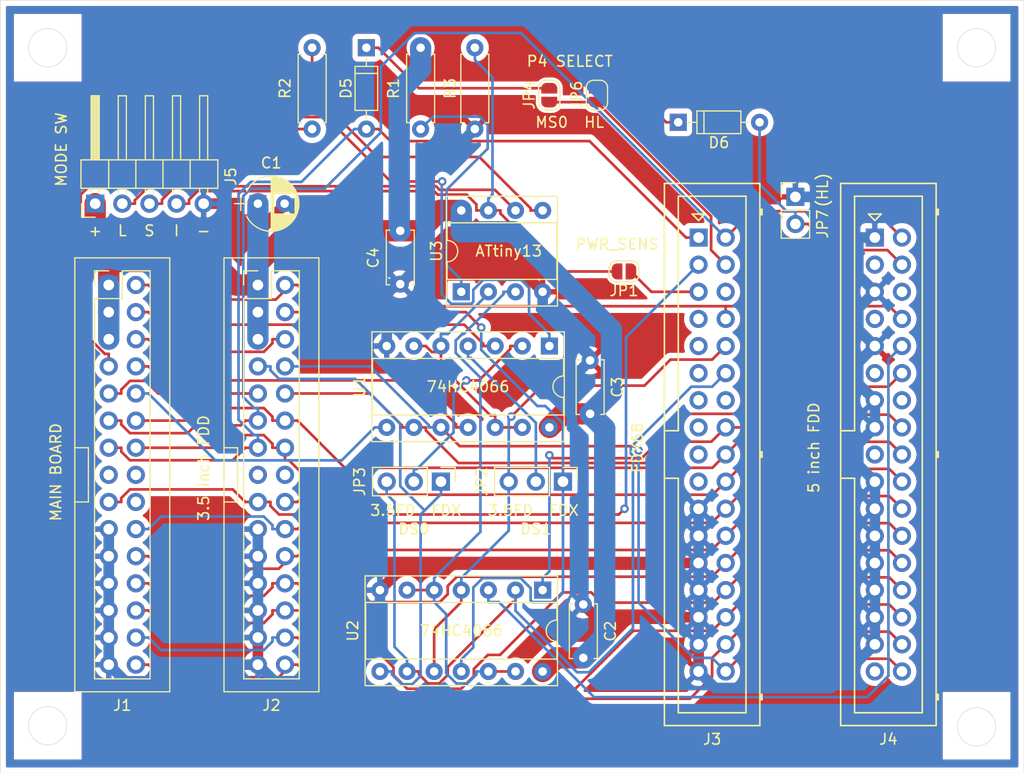
<source format=kicad_pcb>
(kicad_pcb (version 20171130) (host pcbnew "(5.1.9)-1")
  (layers (0 F.Cu signal) (31 B.Cu signal) (34 B.Paste user) (35 F.Paste user) (36 B.SilkS user) (37 F.SilkS user) (38 B.Mask user) (39 F.Mask user) (44 Edge.Cuts user))
  (net 0 "")
  (net 1 GND)
  (net 2 +5V)
  (net 3 /SIDE)
  (net 4 /RD)
  (net 5 /WP)
  (net 6 /T00)
  (net 7 /WG)
  (net 8 /WD)
  (net 9 /STEP)
  (net 10 /EM_MODE)
  (net 11 /DIR)
  (net 12 /DEN)
  (net 13 /M_MON)
  (net 14 /F_HL)
  (net 15 /M_RDY)
  (net 16 /M_DS1)
  (net 17 /DCHG)
  (net 18 /M_DS0)
  (net 19 /IDX)
  (net 20 /D_MON)
  (net 21 /D_RDY)
  (net 22 /F_DS1)
  (net 23 /F_DS0)
  (net 24 /X_DS1)
  (net 25 /X_DS0)
  (net 26 /D_DS0)
  (net 27 /D_DS1)
  (net 28 /M_SW)
  (net 29 /LED)
  (net 30 /CTL_MODE)
  (net 31 "Net-(JP2-Pad2)")
  (net 32 "Net-(JP3-Pad2)")
  (net 33 "Net-(R1-Pad1)")
  (net 34 "Net-(R2-Pad1)")
  (net 35 /X_PIN4)
  (net 36 "Net-(D5-Pad1)")
  (net 37 /F_MS0)
  (net 38 /D_HL)
  (net 39 "Net-(D6-Pad1)")
  (net 40 /F_MS1)
  (net 41 /OPT2)
  (net 42 /DS1INH)
  (module Capacitors_THT:CP_Radial_D5.0mm_P2.50mm (layer F.Cu) (at 112.395 90.805)
    (fp_text reference C1 (at 1.25 -3.81) (layer F.SilkS))
    (fp_text value 47)
    (pad 2 thru_hole circle (at 2.5 0) (size 1.6 1.6) (drill 0.8) (layers *.Cu *.Mask) (net 1 GND))
    (pad 1 thru_hole rect (at 0 0) (size 1.6 1.6) (drill 0.8) (layers *.Cu *.Mask) (net 2 +5V))
  )
  (module Capacitors_THT:C_Disc_D5.0mm_W2.5mm_P5.00mm (layer F.Cu) (at 142.875 133.35 90)
    (fp_text reference C2 (at 2.5 2.54 90) (layer F.SilkS))
    (fp_text value 0.1)
    (pad 2 thru_hole circle (at 5 0 90) (size 1.6 1.6) (drill 0.8) (layers *.Cu *.Mask) (net 1 GND))
    (pad 1 thru_hole circle (at 0 0 90) (size 1.6 1.6) (drill 0.8) (layers *.Cu *.Mask) (net 2 +5V))
  )
  (module Capacitors_THT:C_Disc_D5.0mm_W2.5mm_P5.00mm (layer F.Cu) (at 143.51 110.49 90)
    (fp_text reference C3 (at 2.5 2.54 90) (layer F.SilkS))
    (fp_text value 0.1)
    (pad 1 thru_hole circle (at 0 0 90) (size 1.6 1.6) (drill 0.8) (layers *.Cu *.Mask) (net 2 +5V))
    (pad 2 thru_hole circle (at 5 0 90) (size 1.6 1.6) (drill 0.8) (layers *.Cu *.Mask) (net 1 GND))
  )
  (module Capacitors_THT:C_Disc_D5.0mm_W2.5mm_P5.00mm (layer F.Cu) (at 125.73 93.345 270)
    (fp_text reference C4 (at 2.54 2.54 90) (layer F.SilkS))
    (fp_text value 0.1)
    (pad 2 thru_hole circle (at 5 0 270) (size 1.6 1.6) (drill 0.8) (layers *.Cu *.Mask) (net 1 GND))
    (pad 1 thru_hole circle (at 0 0 270) (size 1.6 1.6) (drill 0.8) (layers *.Cu *.Mask) (net 2 +5V))
  )
  (module Pin_Headers:Pin_Header_Straight_2x15_Pitch2.54mm (layer F.Cu) (at 98.425 98.425)
    (fp_text reference J1 (at 1.27 39.37) (layer F.SilkS))
    (fp_text value M/B)
    (pad 30 thru_hole oval (at 2.54 35.56) (size 1.7 1.7) (drill 1) (layers *.Cu *.Mask) (net 3 /SIDE))
    (pad 29 thru_hole oval (at 0 35.56) (size 1.7 1.7) (drill 1) (layers *.Cu *.Mask) (net 1 GND))
    (pad 28 thru_hole oval (at 2.54 33.02) (size 1.7 1.7) (drill 1) (layers *.Cu *.Mask) (net 4 /RD))
    (pad 27 thru_hole oval (at 0 33.02) (size 1.7 1.7) (drill 1) (layers *.Cu *.Mask) (net 1 GND))
    (pad 26 thru_hole oval (at 2.54 30.48) (size 1.7 1.7) (drill 1) (layers *.Cu *.Mask) (net 5 /WP))
    (pad 25 thru_hole oval (at 0 30.48) (size 1.7 1.7) (drill 1) (layers *.Cu *.Mask) (net 1 GND))
    (pad 24 thru_hole oval (at 2.54 27.94) (size 1.7 1.7) (drill 1) (layers *.Cu *.Mask) (net 6 /T00))
    (pad 23 thru_hole oval (at 0 27.94) (size 1.7 1.7) (drill 1) (layers *.Cu *.Mask) (net 1 GND))
    (pad 22 thru_hole oval (at 2.54 25.4) (size 1.7 1.7) (drill 1) (layers *.Cu *.Mask) (net 7 /WG))
    (pad 21 thru_hole oval (at 0 25.4) (size 1.7 1.7) (drill 1) (layers *.Cu *.Mask) (net 1 GND))
    (pad 20 thru_hole oval (at 2.54 22.86) (size 1.7 1.7) (drill 1) (layers *.Cu *.Mask) (net 8 /WD))
    (pad 19 thru_hole oval (at 0 22.86) (size 1.7 1.7) (drill 1) (layers *.Cu *.Mask) (net 1 GND))
    (pad 18 thru_hole oval (at 2.54 20.32) (size 1.7 1.7) (drill 1) (layers *.Cu *.Mask))
    (pad 17 thru_hole oval (at 0 20.32) (size 1.7 1.7) (drill 1) (layers *.Cu *.Mask) (net 40 /F_MS1))
    (pad 16 thru_hole oval (at 2.54 17.78) (size 1.7 1.7) (drill 1) (layers *.Cu *.Mask))
    (pad 15 thru_hole oval (at 0 17.78) (size 1.7 1.7) (drill 1) (layers *.Cu *.Mask))
    (pad 14 thru_hole oval (at 2.54 15.24) (size 1.7 1.7) (drill 1) (layers *.Cu *.Mask) (net 9 /STEP))
    (pad 13 thru_hole oval (at 0 15.24) (size 1.7 1.7) (drill 1) (layers *.Cu *.Mask) (net 37 /F_MS0))
    (pad 12 thru_hole oval (at 2.54 12.7) (size 1.7 1.7) (drill 1) (layers *.Cu *.Mask) (net 11 /DIR))
    (pad 11 thru_hole oval (at 0 12.7) (size 1.7 1.7) (drill 1) (layers *.Cu *.Mask) (net 12 /DEN))
    (pad 10 thru_hole oval (at 2.54 10.16) (size 1.7 1.7) (drill 1) (layers *.Cu *.Mask) (net 13 /M_MON))
    (pad 9 thru_hole oval (at 0 10.16) (size 1.7 1.7) (drill 1) (layers *.Cu *.Mask) (net 14 /F_HL))
    (pad 8 thru_hole oval (at 2.54 7.62) (size 1.7 1.7) (drill 1) (layers *.Cu *.Mask) (net 15 /M_RDY))
    (pad 7 thru_hole oval (at 0 7.62) (size 1.7 1.7) (drill 1) (layers *.Cu *.Mask) (net 16 /M_DS1))
    (pad 6 thru_hole oval (at 2.54 5.08) (size 1.7 1.7) (drill 1) (layers *.Cu *.Mask) (net 17 /DCHG))
    (pad 5 thru_hole oval (at 0 5.08) (size 1.7 1.7) (drill 1) (layers *.Cu *.Mask) (net 2 +5V))
    (pad 4 thru_hole oval (at 2.54 2.54) (size 1.7 1.7) (drill 1) (layers *.Cu *.Mask) (net 18 /M_DS0))
    (pad 3 thru_hole oval (at 0 2.54) (size 1.7 1.7) (drill 1) (layers *.Cu *.Mask) (net 2 +5V))
    (pad 2 thru_hole oval (at 2.54 0) (size 1.7 1.7) (drill 1) (layers *.Cu *.Mask) (net 19 /IDX))
    (pad 1 thru_hole rect (at 0 0) (size 1.7 1.7) (drill 1) (layers *.Cu *.Mask) (net 2 +5V))
  )
  (module Connectors_Multicomp:Multicomp_MC9A12-3434_2x17x2.54mm_Straight (layer F.Cu) (at 153.67 93.98 270)
    (fp_text reference J3 (at 46.99 -1.27 180) (layer F.SilkS))
    (fp_text value FDX68)
    (pad 34 thru_hole circle (at 40.64 -2.54 270) (size 1.7 1.7) (drill 1) (layers *.Cu *.Mask) (net 21 /D_RDY))
    (pad 33 thru_hole circle (at 40.64 0 270) (size 1.7 1.7) (drill 1) (layers *.Cu *.Mask) (net 1 GND))
    (pad 32 thru_hole circle (at 38.1 -2.54 270) (size 1.7 1.7) (drill 1) (layers *.Cu *.Mask) (net 3 /SIDE))
    (pad 31 thru_hole circle (at 38.1 0 270) (size 1.7 1.7) (drill 1) (layers *.Cu *.Mask) (net 1 GND))
    (pad 30 thru_hole circle (at 35.56 -2.54 270) (size 1.7 1.7) (drill 1) (layers *.Cu *.Mask) (net 4 /RD))
    (pad 29 thru_hole circle (at 35.56 0 270) (size 1.7 1.7) (drill 1) (layers *.Cu *.Mask) (net 1 GND))
    (pad 28 thru_hole circle (at 33.02 -2.54 270) (size 1.7 1.7) (drill 1) (layers *.Cu *.Mask) (net 5 /WP))
    (pad 27 thru_hole circle (at 33.02 0 270) (size 1.7 1.7) (drill 1) (layers *.Cu *.Mask) (net 1 GND))
    (pad 26 thru_hole circle (at 30.48 -2.54 270) (size 1.7 1.7) (drill 1) (layers *.Cu *.Mask) (net 6 /T00))
    (pad 25 thru_hole circle (at 30.48 0 270) (size 1.7 1.7) (drill 1) (layers *.Cu *.Mask) (net 1 GND))
    (pad 24 thru_hole circle (at 27.94 -2.54 270) (size 1.7 1.7) (drill 1) (layers *.Cu *.Mask) (net 7 /WG))
    (pad 23 thru_hole circle (at 27.94 0 270) (size 1.7 1.7) (drill 1) (layers *.Cu *.Mask) (net 1 GND))
    (pad 22 thru_hole circle (at 25.4 -2.54 270) (size 1.7 1.7) (drill 1) (layers *.Cu *.Mask) (net 8 /WD))
    (pad 21 thru_hole circle (at 25.4 0 270) (size 1.7 1.7) (drill 1) (layers *.Cu *.Mask) (net 1 GND))
    (pad 20 thru_hole circle (at 22.86 -2.54 270) (size 1.7 1.7) (drill 1) (layers *.Cu *.Mask) (net 9 /STEP))
    (pad 19 thru_hole circle (at 22.86 0 270) (size 1.7 1.7) (drill 1) (layers *.Cu *.Mask))
    (pad 18 thru_hole circle (at 20.32 -2.54 270) (size 1.7 1.7) (drill 1) (layers *.Cu *.Mask) (net 11 /DIR))
    (pad 17 thru_hole circle (at 20.32 0 270) (size 1.7 1.7) (drill 1) (layers *.Cu *.Mask))
    (pad 16 thru_hole circle (at 17.78 -2.54 270) (size 1.7 1.7) (drill 1) (layers *.Cu *.Mask) (net 20 /D_MON))
    (pad 15 thru_hole circle (at 17.78 0 270) (size 1.7 1.7) (drill 1) (layers *.Cu *.Mask))
    (pad 14 thru_hole circle (at 15.24 -2.54 270) (size 1.7 1.7) (drill 1) (layers *.Cu *.Mask))
    (pad 13 thru_hole circle (at 15.24 0 270) (size 1.7 1.7) (drill 1) (layers *.Cu *.Mask))
    (pad 12 thru_hole circle (at 12.7 -2.54 270) (size 1.7 1.7) (drill 1) (layers *.Cu *.Mask) (net 24 /X_DS1))
    (pad 11 thru_hole circle (at 12.7 0 270) (size 1.7 1.7) (drill 1) (layers *.Cu *.Mask))
    (pad 10 thru_hole circle (at 10.16 -2.54 270) (size 1.7 1.7) (drill 1) (layers *.Cu *.Mask) (net 25 /X_DS0))
    (pad 9 thru_hole circle (at 10.16 0 270) (size 1.7 1.7) (drill 1) (layers *.Cu *.Mask))
    (pad 8 thru_hole circle (at 7.62 -2.54 270) (size 1.7 1.7) (drill 1) (layers *.Cu *.Mask) (net 19 /IDX))
    (pad 7 thru_hole circle (at 7.62 0 270) (size 1.7 1.7) (drill 1) (layers *.Cu *.Mask))
    (pad 6 thru_hole circle (at 5.08 -2.54 270) (size 1.7 1.7) (drill 1) (layers *.Cu *.Mask))
    (pad 5 thru_hole circle (at 5.08 0 270) (size 1.7 1.7) (drill 1) (layers *.Cu *.Mask) (net 41 /OPT2))
    (pad 4 thru_hole circle (at 2.54 -2.54 270) (size 1.7 1.7) (drill 1) (layers *.Cu *.Mask) (net 35 /X_PIN4))
    (pad 3 thru_hole circle (at 2.54 0 270) (size 1.7 1.7) (drill 1) (layers *.Cu *.Mask) (net 40 /F_MS1))
    (pad 2 thru_hole circle (at 0 -2.54 270) (size 1.7 1.7) (drill 1) (layers *.Cu *.Mask) (net 12 /DEN))
    (pad 1 thru_hole rect (at 0 0 270) (size 1.7 1.7) (drill 1) (layers *.Cu *.Mask) (net 37 /F_MS0))
  )
  (module Connectors_Multicomp:Multicomp_MC9A12-3434_2x17x2.54mm_Straight (layer F.Cu) (at 170.18 93.98 270)
    (fp_text reference J4 (at 46.99 -1.27 180) (layer F.SilkS))
    (fp_text value 5FDD)
    (pad 1 thru_hole rect (at 0 0 270) (size 1.7 1.7) (drill 1) (layers *.Cu *.Mask) (net 1 GND))
    (pad 2 thru_hole circle (at 0 -2.54 270) (size 1.7 1.7) (drill 1) (layers *.Cu *.Mask) (net 12 /DEN))
    (pad 3 thru_hole circle (at 2.54 0 270) (size 1.7 1.7) (drill 1) (layers *.Cu *.Mask))
    (pad 4 thru_hole circle (at 2.54 -2.54 270) (size 1.7 1.7) (drill 1) (layers *.Cu *.Mask) (net 38 /D_HL))
    (pad 5 thru_hole circle (at 5.08 0 270) (size 1.7 1.7) (drill 1) (layers *.Cu *.Mask) (net 1 GND))
    (pad 6 thru_hole circle (at 5.08 -2.54 270) (size 1.7 1.7) (drill 1) (layers *.Cu *.Mask))
    (pad 7 thru_hole circle (at 7.62 0 270) (size 1.7 1.7) (drill 1) (layers *.Cu *.Mask))
    (pad 8 thru_hole circle (at 7.62 -2.54 270) (size 1.7 1.7) (drill 1) (layers *.Cu *.Mask) (net 19 /IDX))
    (pad 9 thru_hole circle (at 10.16 0 270) (size 1.7 1.7) (drill 1) (layers *.Cu *.Mask) (net 1 GND))
    (pad 10 thru_hole circle (at 10.16 -2.54 270) (size 1.7 1.7) (drill 1) (layers *.Cu *.Mask) (net 26 /D_DS0))
    (pad 11 thru_hole circle (at 12.7 0 270) (size 1.7 1.7) (drill 1) (layers *.Cu *.Mask))
    (pad 12 thru_hole circle (at 12.7 -2.54 270) (size 1.7 1.7) (drill 1) (layers *.Cu *.Mask) (net 27 /D_DS1))
    (pad 13 thru_hole circle (at 15.24 0 270) (size 1.7 1.7) (drill 1) (layers *.Cu *.Mask) (net 1 GND))
    (pad 14 thru_hole circle (at 15.24 -2.54 270) (size 1.7 1.7) (drill 1) (layers *.Cu *.Mask))
    (pad 15 thru_hole circle (at 17.78 0 270) (size 1.7 1.7) (drill 1) (layers *.Cu *.Mask) (net 1 GND))
    (pad 16 thru_hole circle (at 17.78 -2.54 270) (size 1.7 1.7) (drill 1) (layers *.Cu *.Mask) (net 20 /D_MON))
    (pad 17 thru_hole circle (at 20.32 0 270) (size 1.7 1.7) (drill 1) (layers *.Cu *.Mask))
    (pad 18 thru_hole circle (at 20.32 -2.54 270) (size 1.7 1.7) (drill 1) (layers *.Cu *.Mask) (net 11 /DIR))
    (pad 19 thru_hole circle (at 22.86 0 270) (size 1.7 1.7) (drill 1) (layers *.Cu *.Mask) (net 1 GND))
    (pad 20 thru_hole circle (at 22.86 -2.54 270) (size 1.7 1.7) (drill 1) (layers *.Cu *.Mask) (net 9 /STEP))
    (pad 21 thru_hole circle (at 25.4 0 270) (size 1.7 1.7) (drill 1) (layers *.Cu *.Mask) (net 1 GND))
    (pad 22 thru_hole circle (at 25.4 -2.54 270) (size 1.7 1.7) (drill 1) (layers *.Cu *.Mask) (net 8 /WD))
    (pad 23 thru_hole circle (at 27.94 0 270) (size 1.7 1.7) (drill 1) (layers *.Cu *.Mask) (net 1 GND))
    (pad 24 thru_hole circle (at 27.94 -2.54 270) (size 1.7 1.7) (drill 1) (layers *.Cu *.Mask) (net 7 /WG))
    (pad 25 thru_hole circle (at 30.48 0 270) (size 1.7 1.7) (drill 1) (layers *.Cu *.Mask) (net 1 GND))
    (pad 26 thru_hole circle (at 30.48 -2.54 270) (size 1.7 1.7) (drill 1) (layers *.Cu *.Mask) (net 6 /T00))
    (pad 27 thru_hole circle (at 33.02 0 270) (size 1.7 1.7) (drill 1) (layers *.Cu *.Mask) (net 1 GND))
    (pad 28 thru_hole circle (at 33.02 -2.54 270) (size 1.7 1.7) (drill 1) (layers *.Cu *.Mask) (net 5 /WP))
    (pad 29 thru_hole circle (at 35.56 0 270) (size 1.7 1.7) (drill 1) (layers *.Cu *.Mask) (net 1 GND))
    (pad 30 thru_hole circle (at 35.56 -2.54 270) (size 1.7 1.7) (drill 1) (layers *.Cu *.Mask) (net 4 /RD))
    (pad 31 thru_hole circle (at 38.1 0 270) (size 1.7 1.7) (drill 1) (layers *.Cu *.Mask) (net 1 GND))
    (pad 32 thru_hole circle (at 38.1 -2.54 270) (size 1.7 1.7) (drill 1) (layers *.Cu *.Mask) (net 3 /SIDE))
    (pad 33 thru_hole circle (at 40.64 0 270) (size 1.7 1.7) (drill 1) (layers *.Cu *.Mask))
    (pad 34 thru_hole circle (at 40.64 -2.54 270) (size 1.7 1.7) (drill 1) (layers *.Cu *.Mask) (net 21 /D_RDY))
  )
  (module Pin_Headers:Pin_Header_Straight_1x03_Pitch2.54mm (layer F.Cu) (at 140.97 116.84 270)
    (fp_text reference JP2 (at 0 7.62 90) (layer F.SilkS))
    (fp_text value DS0_SEL)
    (pad 3 thru_hole oval (at 0 5.08 270) (size 1.7 1.7) (drill 1) (layers *.Cu *.Mask) (net 25 /X_DS0))
    (pad 2 thru_hole oval (at 0 2.54 270) (size 1.7 1.7) (drill 1) (layers *.Cu *.Mask) (net 31 "Net-(JP2-Pad2)"))
    (pad 1 thru_hole rect (at 0 0 270) (size 1.7 1.7) (drill 1) (layers *.Cu *.Mask) (net 23 /F_DS0))
  )
  (module Pin_Headers:Pin_Header_Straight_1x03_Pitch2.54mm (layer F.Cu) (at 129.54 116.84 270)
    (fp_text reference JP3 (at 0 7.62 90) (layer F.SilkS))
    (fp_text value DS1_SEL)
    (pad 1 thru_hole rect (at 0 0 270) (size 1.7 1.7) (drill 1) (layers *.Cu *.Mask) (net 22 /F_DS1))
    (pad 2 thru_hole oval (at 0 2.54 270) (size 1.7 1.7) (drill 1) (layers *.Cu *.Mask) (net 32 "Net-(JP3-Pad2)"))
    (pad 3 thru_hole oval (at 0 5.08 270) (size 1.7 1.7) (drill 1) (layers *.Cu *.Mask) (net 24 /X_DS1))
  )
  (module Housings_DIP:DIP-14_W7.62mm_Socket (layer F.Cu) (at 139.065 127 270)
    (fp_text reference U2 (at 3.81 17.78 90) (layer F.SilkS))
    (fp_text value 74HC4066)
    (pad 1 thru_hole rect (at 0 0 270) (size 1.6 1.6) (drill 0.8) (layers *.Cu *.Mask) (net 27 /D_DS1))
    (pad 8 thru_hole oval (at 7.62 15.24 270) (size 1.6 1.6) (drill 0.8) (layers *.Cu *.Mask) (net 22 /F_DS1))
    (pad 2 thru_hole oval (at 0 2.54 270) (size 1.6 1.6) (drill 0.8) (layers *.Cu *.Mask) (net 24 /X_DS1))
    (pad 9 thru_hole oval (at 7.62 12.7 270) (size 1.6 1.6) (drill 0.8) (layers *.Cu *.Mask) (net 24 /X_DS1))
    (pad 3 thru_hole oval (at 0 5.08 270) (size 1.6 1.6) (drill 0.8) (layers *.Cu *.Mask) (net 26 /D_DS0))
    (pad 10 thru_hole oval (at 7.62 10.16 270) (size 1.6 1.6) (drill 0.8) (layers *.Cu *.Mask) (net 25 /X_DS0))
    (pad 4 thru_hole oval (at 0 7.62 270) (size 1.6 1.6) (drill 0.8) (layers *.Cu *.Mask) (net 25 /X_DS0))
    (pad 11 thru_hole oval (at 7.62 7.62 270) (size 1.6 1.6) (drill 0.8) (layers *.Cu *.Mask) (net 23 /F_DS0))
    (pad 5 thru_hole oval (at 0 10.16 270) (size 1.6 1.6) (drill 0.8) (layers *.Cu *.Mask) (net 30 /CTL_MODE))
    (pad 12 thru_hole oval (at 7.62 5.08 270) (size 1.6 1.6) (drill 0.8) (layers *.Cu *.Mask) (net 30 /CTL_MODE))
    (pad 6 thru_hole oval (at 0 12.7 270) (size 1.6 1.6) (drill 0.8) (layers *.Cu *.Mask) (net 30 /CTL_MODE))
    (pad 13 thru_hole oval (at 7.62 2.54 270) (size 1.6 1.6) (drill 0.8) (layers *.Cu *.Mask) (net 30 /CTL_MODE))
    (pad 7 thru_hole oval (at 0 15.24 270) (size 1.6 1.6) (drill 0.8) (layers *.Cu *.Mask) (net 1 GND))
    (pad 14 thru_hole oval (at 7.62 0 270) (size 1.6 1.6) (drill 0.8) (layers *.Cu *.Mask) (net 2 +5V))
  )
  (module Housings_DIP:DIP-8_W7.62mm_Socket (layer F.Cu) (at 131.445 99.06 90)
    (fp_text reference U3 (at 3.81 -2.33 90) (layer F.SilkS))
    (fp_text value ATtiny13A-PU)
    (pad 8 thru_hole oval (at 7.62 0 90) (size 1.6 1.6) (drill 0.8) (layers *.Cu *.Mask) (net 2 +5V))
    (pad 4 thru_hole oval (at 0 7.62 90) (size 1.6 1.6) (drill 0.8) (layers *.Cu *.Mask) (net 1 GND))
    (pad 7 thru_hole oval (at 7.62 2.54 90) (size 1.6 1.6) (drill 0.8) (layers *.Cu *.Mask) (net 42 /DS1INH))
    (pad 3 thru_hole oval (at 0 5.08 90) (size 1.6 1.6) (drill 0.8) (layers *.Cu *.Mask) (net 30 /CTL_MODE))
    (pad 6 thru_hole oval (at 7.62 5.08 90) (size 1.6 1.6) (drill 0.8) (layers *.Cu *.Mask) (net 28 /M_SW))
    (pad 2 thru_hole oval (at 0 2.54 90) (size 1.6 1.6) (drill 0.8) (layers *.Cu *.Mask) (net 10 /EM_MODE))
    (pad 5 thru_hole oval (at 7.62 7.62 90) (size 1.6 1.6) (drill 0.8) (layers *.Cu *.Mask) (net 34 "Net-(R2-Pad1)"))
    (pad 1 thru_hole rect (at 0 0 90) (size 1.6 1.6) (drill 0.8) (layers *.Cu *.Mask) (net 33 "Net-(R1-Pad1)"))
  )
  (module Housings_DIP:DIP-14_W7.62mm_Socket (layer F.Cu) (at 139.7 104.14 270)
    (fp_text reference U1 (at 3.81 17.78 90) (layer F.SilkS))
    (fp_text value 74HC4066)
    (pad 14 thru_hole oval (at 7.62 0 270) (size 1.6 1.6) (drill 0.8) (layers *.Cu *.Mask) (net 2 +5V))
    (pad 7 thru_hole oval (at 0 15.24 270) (size 1.6 1.6) (drill 0.8) (layers *.Cu *.Mask) (net 1 GND))
    (pad 13 thru_hole oval (at 7.62 2.54 270) (size 1.6 1.6) (drill 0.8) (layers *.Cu *.Mask) (net 10 /EM_MODE))
    (pad 6 thru_hole oval (at 0 12.7 270) (size 1.6 1.6) (drill 0.8) (layers *.Cu *.Mask) (net 10 /EM_MODE))
    (pad 12 thru_hole oval (at 7.62 5.08 270) (size 1.6 1.6) (drill 0.8) (layers *.Cu *.Mask) (net 10 /EM_MODE))
    (pad 5 thru_hole oval (at 0 10.16 270) (size 1.6 1.6) (drill 0.8) (layers *.Cu *.Mask) (net 10 /EM_MODE))
    (pad 11 thru_hole oval (at 7.62 7.62 270) (size 1.6 1.6) (drill 0.8) (layers *.Cu *.Mask) (net 15 /M_RDY))
    (pad 4 thru_hole oval (at 0 7.62 270) (size 1.6 1.6) (drill 0.8) (layers *.Cu *.Mask) (net 31 "Net-(JP2-Pad2)"))
    (pad 10 thru_hole oval (at 7.62 10.16 270) (size 1.6 1.6) (drill 0.8) (layers *.Cu *.Mask) (net 21 /D_RDY))
    (pad 3 thru_hole oval (at 0 5.08 270) (size 1.6 1.6) (drill 0.8) (layers *.Cu *.Mask) (net 18 /M_DS0))
    (pad 9 thru_hole oval (at 7.62 12.7 270) (size 1.6 1.6) (drill 0.8) (layers *.Cu *.Mask) (net 20 /D_MON))
    (pad 2 thru_hole oval (at 0 2.54 270) (size 1.6 1.6) (drill 0.8) (layers *.Cu *.Mask) (net 32 "Net-(JP3-Pad2)"))
    (pad 8 thru_hole oval (at 7.62 15.24 270) (size 1.6 1.6) (drill 0.8) (layers *.Cu *.Mask) (net 13 /M_MON))
    (pad 1 thru_hole rect (at 0 0 270) (size 1.6 1.6) (drill 0.8) (layers *.Cu *.Mask) (net 16 /M_DS1))
  )
  (module Resistors_THT:R_Axial_DIN0207_L6.3mm_D2.5mm_P7.62mm_Horizontal (layer F.Cu) (at 127.635 83.82 90)
    (fp_text reference R1 (at 3.81 -2.54 90) (layer F.SilkS))
    (fp_text value 22k)
    (pad 2 thru_hole oval (at 7.62 0 90) (size 1.6 1.6) (drill 0.8) (layers *.Cu *.Mask) (net 2 +5V))
    (pad 1 thru_hole circle (at 0 0 90) (size 1.6 1.6) (drill 0.8) (layers *.Cu *.Mask) (net 33 "Net-(R1-Pad1)"))
  )
  (module Resistors_THT:R_Axial_DIN0207_L6.3mm_D2.5mm_P7.62mm_Horizontal (layer F.Cu) (at 117.475 76.2 270)
    (fp_text reference R2 (at 3.81 2.54 90) (layer F.SilkS))
    (fp_text value 220)
    (pad 1 thru_hole circle (at 0 0 270) (size 1.6 1.6) (drill 0.8) (layers *.Cu *.Mask) (net 34 "Net-(R2-Pad1)"))
    (pad 2 thru_hole oval (at 7.62 0 270) (size 1.6 1.6) (drill 0.8) (layers *.Cu *.Mask) (net 29 /LED))
  )
  (module Diodes_THT:D_DO-35_SOD27_P7.62mm_Horizontal (layer F.Cu) (at 122.555 76.2 270)
    (fp_text reference D5 (at 3.81 1.905 90) (layer F.SilkS))
    (fp_text value BAT43)
    (pad 1 thru_hole rect (at 0 0 270) (size 1.6 1.6) (drill 0.8) (layers *.Cu *.Mask) (net 36 "Net-(D5-Pad1)"))
    (pad 2 thru_hole oval (at 7.62 0 270) (size 1.6 1.6) (drill 0.8) (layers *.Cu *.Mask) (net 37 /F_MS0))
  )
  (module Diodes_THT:D_DO-35_SOD27_P7.62mm_Horizontal (layer F.Cu) (at 151.765 83.185)
    (fp_text reference D6 (at 3.81 1.905) (layer F.SilkS))
    (fp_text value BAT43)
    (pad 2 thru_hole oval (at 7.62 0) (size 1.6 1.6) (drill 0.8) (layers *.Cu *.Mask) (net 38 /D_HL))
    (pad 1 thru_hole rect (at 0 0) (size 1.6 1.6) (drill 0.8) (layers *.Cu *.Mask) (net 39 "Net-(D6-Pad1)"))
  )
  (module Pin_Headers:Pin_Header_Straight_2x15_Pitch2.54mm (layer F.Cu) (at 112.395 98.425)
    (fp_text reference J2 (at 1.27 39.37) (layer F.SilkS))
    (fp_text value 3.5FDD)
    (pad 30 thru_hole oval (at 2.54 35.56) (size 1.7 1.7) (drill 1) (layers *.Cu *.Mask) (net 3 /SIDE))
    (pad 29 thru_hole oval (at 0 35.56) (size 1.7 1.7) (drill 1) (layers *.Cu *.Mask) (net 1 GND))
    (pad 28 thru_hole oval (at 2.54 33.02) (size 1.7 1.7) (drill 1) (layers *.Cu *.Mask) (net 4 /RD))
    (pad 27 thru_hole oval (at 0 33.02) (size 1.7 1.7) (drill 1) (layers *.Cu *.Mask) (net 1 GND))
    (pad 26 thru_hole oval (at 2.54 30.48) (size 1.7 1.7) (drill 1) (layers *.Cu *.Mask) (net 5 /WP))
    (pad 25 thru_hole oval (at 0 30.48) (size 1.7 1.7) (drill 1) (layers *.Cu *.Mask) (net 1 GND))
    (pad 24 thru_hole oval (at 2.54 27.94) (size 1.7 1.7) (drill 1) (layers *.Cu *.Mask) (net 6 /T00))
    (pad 23 thru_hole oval (at 0 27.94) (size 1.7 1.7) (drill 1) (layers *.Cu *.Mask) (net 1 GND))
    (pad 22 thru_hole oval (at 2.54 25.4) (size 1.7 1.7) (drill 1) (layers *.Cu *.Mask) (net 7 /WG))
    (pad 21 thru_hole oval (at 0 25.4) (size 1.7 1.7) (drill 1) (layers *.Cu *.Mask) (net 1 GND))
    (pad 20 thru_hole oval (at 2.54 22.86) (size 1.7 1.7) (drill 1) (layers *.Cu *.Mask) (net 8 /WD))
    (pad 19 thru_hole oval (at 0 22.86) (size 1.7 1.7) (drill 1) (layers *.Cu *.Mask) (net 1 GND))
    (pad 18 thru_hole oval (at 2.54 20.32) (size 1.7 1.7) (drill 1) (layers *.Cu *.Mask) (net 9 /STEP))
    (pad 17 thru_hole oval (at 0 20.32) (size 1.7 1.7) (drill 1) (layers *.Cu *.Mask) (net 40 /F_MS1))
    (pad 16 thru_hole oval (at 2.54 17.78) (size 1.7 1.7) (drill 1) (layers *.Cu *.Mask))
    (pad 15 thru_hole oval (at 0 17.78) (size 1.7 1.7) (drill 1) (layers *.Cu *.Mask))
    (pad 14 thru_hole oval (at 2.54 15.24) (size 1.7 1.7) (drill 1) (layers *.Cu *.Mask) (net 9 /STEP))
    (pad 13 thru_hole oval (at 0 15.24) (size 1.7 1.7) (drill 1) (layers *.Cu *.Mask) (net 37 /F_MS0))
    (pad 12 thru_hole oval (at 2.54 12.7) (size 1.7 1.7) (drill 1) (layers *.Cu *.Mask) (net 11 /DIR))
    (pad 11 thru_hole oval (at 0 12.7) (size 1.7 1.7) (drill 1) (layers *.Cu *.Mask) (net 12 /DEN))
    (pad 10 thru_hole oval (at 2.54 10.16) (size 1.7 1.7) (drill 1) (layers *.Cu *.Mask) (net 20 /D_MON))
    (pad 9 thru_hole oval (at 0 10.16) (size 1.7 1.7) (drill 1) (layers *.Cu *.Mask) (net 14 /F_HL))
    (pad 8 thru_hole oval (at 2.54 7.62) (size 1.7 1.7) (drill 1) (layers *.Cu *.Mask) (net 21 /D_RDY))
    (pad 7 thru_hole oval (at 0 7.62) (size 1.7 1.7) (drill 1) (layers *.Cu *.Mask) (net 22 /F_DS1))
    (pad 6 thru_hole oval (at 2.54 5.08) (size 1.7 1.7) (drill 1) (layers *.Cu *.Mask) (net 17 /DCHG))
    (pad 5 thru_hole oval (at 0 5.08) (size 1.7 1.7) (drill 1) (layers *.Cu *.Mask) (net 2 +5V))
    (pad 4 thru_hole oval (at 2.54 2.54) (size 1.7 1.7) (drill 1) (layers *.Cu *.Mask) (net 23 /F_DS0))
    (pad 3 thru_hole oval (at 0 2.54) (size 1.7 1.7) (drill 1) (layers *.Cu *.Mask) (net 2 +5V))
    (pad 2 thru_hole oval (at 2.54 0) (size 1.7 1.7) (drill 1) (layers *.Cu *.Mask) (net 19 /IDX))
    (pad 1 thru_hole rect (at 0 0) (size 1.7 1.7) (drill 1) (layers *.Cu *.Mask) (net 2 +5V))
  )
  (module Jumper:SolderJumper-2_P1.3mm_Open_RoundedPad1.0x1.5mm (layer F.Cu) (at 139.685 80.645 270)
    (fp_text reference JP4 (at 0 1.89 90) (layer F.SilkS))
    (fp_text value P4_TO_MS)
    (pad 1 smd custom (at -0.65 0 270) (size 1 0.5) (layers F.Cu F.Mask) (net 36 "Net-(D5-Pad1)") (options (clearance outline) (anchor rect)) (primitives (gr_circle (center 0 0.25) (end 0.5 0.25) (width 0)) (gr_circle (center 0 -0.25) (end 0.5 -0.25) (width 0)) (gr_poly (pts (xy 0 -0.75) (xy 0.5 -0.75) (xy 0.5 0.75) (xy 0 0.75)) (width 0))))
    (pad 2 smd custom (at 0.65 0 270) (size 1 0.5) (layers F.Cu F.Mask) (net 35 /X_PIN4) (options (clearance outline) (anchor rect)) (primitives (gr_circle (center 0 0.25) (end 0.5 0.25) (width 0)) (gr_circle (center 0 -0.25) (end 0.5 -0.25) (width 0)) (gr_poly (pts (xy 0 -0.75) (xy -0.5 -0.75) (xy -0.5 0.75) (xy 0 0.75)) (width 0))))
  )
  (module Jumper:SolderJumper-2_P1.3mm_Open_RoundedPad1.0x1.5mm (layer F.Cu) (at 144.145 80.645 90)
    (fp_text reference JP6 (at 0 -1.905 90) (layer F.SilkS))
    (fp_text value P4_TO_HL)
    (pad 1 smd custom (at -0.65 0 90) (size 1 0.5) (layers F.Cu F.Mask) (net 35 /X_PIN4) (options (clearance outline) (anchor rect)) (primitives (gr_circle (center 0 0.25) (end 0.5 0.25) (width 0)) (gr_circle (center 0 -0.25) (end 0.5 -0.25) (width 0)) (gr_poly (pts (xy 0 -0.75) (xy 0.5 -0.75) (xy 0.5 0.75) (xy 0 0.75)) (width 0))))
    (pad 2 smd custom (at 0.65 0 90) (size 1 0.5) (layers F.Cu F.Mask) (net 39 "Net-(D6-Pad1)") (options (clearance outline) (anchor rect)) (primitives (gr_circle (center 0 0.25) (end 0.5 0.25) (width 0)) (gr_circle (center 0 -0.25) (end 0.5 -0.25) (width 0)) (gr_poly (pts (xy 0 -0.75) (xy -0.5 -0.75) (xy -0.5 0.75) (xy 0 0.75)) (width 0))))
  )
  (module Pin_Headers:Pin_Header_Straight_1x02_Pitch2.54mm (layer F.Cu) (at 162.74 90.17)
    (fp_text reference JP7 (at 2.54 2.54 270) (layer F.SilkS))
    (fp_text value FORCE_HL)
    (pad 2 thru_hole oval (at 0 2.54) (size 1.7 1.7) (drill 1) (layers *.Cu *.Mask) (net 38 /D_HL))
    (pad 1 thru_hole rect (at 0 0) (size 1.7 1.7) (drill 1) (layers *.Cu *.Mask) (net 1 GND))
  )
  (module Pin_Headers:Pin_Header_Angled_1x05_Pitch2.54mm (layer F.Cu) (at 97.155 90.805 90)
    (fp_text reference J5 (at 2.54 12.7 90) (layer F.SilkS))
    (fp_text value SW)
    (pad 5 thru_hole oval (at 0 10.16 90) (size 1.7 1.7) (drill 1) (layers *.Cu *.Mask) (net 1 GND))
    (pad 4 thru_hole oval (at 0 7.62 90) (size 1.7 1.7) (drill 1) (layers *.Cu *.Mask) (net 42 /DS1INH))
    (pad 3 thru_hole oval (at 0 5.08 90) (size 1.7 1.7) (drill 1) (layers *.Cu *.Mask) (net 28 /M_SW))
    (pad 2 thru_hole oval (at 0 2.54 90) (size 1.7 1.7) (drill 1) (layers *.Cu *.Mask) (net 29 /LED))
    (pad 1 thru_hole rect (at 0 0 90) (size 1.7 1.7) (drill 1) (layers *.Cu *.Mask) (net 2 +5V))
  )
  (module Jumper:SolderJumper-2_P1.3mm_Open_RoundedPad1.0x1.5mm (layer F.Cu) (at 146.685 97.155 180)
    (fp_text reference JP1 (at 0 -1.8) (layer F.SilkS))
    (fp_text value PWR_SENS)
    (pad 1 smd custom (at -0.65 0 180) (size 1 0.5) (layers F.Cu F.Mask) (net 41 /OPT2) (options (clearance outline) (anchor rect)) (primitives (gr_circle (center 0 0.25) (end 0.5 0.25) (width 0)) (gr_circle (center 0 -0.25) (end 0.5 -0.25) (width 0)) (gr_poly (pts (xy 0 -0.75) (xy 0.5 -0.75) (xy 0.5 0.75) (xy 0 0.75)) (width 0))))
    (pad 2 smd custom (at 0.65 0 180) (size 1 0.5) (layers F.Cu F.Mask) (net 42 /DS1INH) (options (clearance outline) (anchor rect)) (primitives (gr_circle (center 0 0.25) (end 0.5 0.25) (width 0)) (gr_circle (center 0 -0.25) (end 0.5 -0.25) (width 0)) (gr_poly (pts (xy 0 -0.75) (xy -0.5 -0.75) (xy -0.5 0.75) (xy 0 0.75)) (width 0))))
  )
  (module Resistors_THT:R_Axial_DIN0207_L6.3mm_D2.5mm_P7.62mm_Horizontal (layer F.Cu) (at 132.715 83.82 90)
    (fp_text reference R3 (at 3.81 -2.31 90) (layer F.SilkS))
    (fp_text value 22k)
    (pad 2 thru_hole oval (at 7.62 0 90) (size 1.6 1.6) (drill 0.8) (layers *.Cu *.Mask) (net 42 /DS1INH))
    (pad 1 thru_hole circle (at 0 0 90) (size 1.6 1.6) (drill 0.8) (layers *.Cu *.Mask) (net 1 GND))
  )
  (gr_text I (at 104.775 93.345) (layer F.SilkS) (effects (font (size 1 1))))
  (gr_text PWR_SENS (at 146.05 94.615) (layer F.SilkS) (effects (font (size 1 1))))
  (gr_text "MS0  HL" (at 141.605 83.185) (layer F.SilkS) (effects (font (size 1 1))))
  (gr_line (start 184.15 71.755) (end 184.15 144.145) (layer Edge.Cuts) (width 0.05))
  (gr_line (start 88.265 71.755) (end 88.265 144.145) (layer Edge.Cuts) (width 0.05))
  (gr_line (start 88.265 144.145) (end 184.15 144.145) (layer Edge.Cuts) (width 0.05))
  (gr_line (start 88.265 71.755) (end 184.15 71.755) (layer Edge.Cuts) (width 0.05))
  (gr_text "(HL)" (at 165.28 89.535 90) (layer F.SilkS) (effects (font (size 1 1))))
  (gr_text "P4 SELECT" (at 141.605 77.47) (layer F.SilkS) (effects (font (size 1 1))))
  (gr_line (start 110.49 118.745) (end 110.49 113.665) (layer F.SilkS) (width 0.12))
  (gr_line (start 109.22 95.885) (end 118.11 95.885) (layer F.SilkS) (width 0.12))
  (gr_line (start 110.49 113.665) (end 109.22 113.665) (layer F.SilkS) (width 0.12))
  (gr_line (start 109.22 113.665) (end 109.22 95.885) (layer F.SilkS) (width 0.12))
  (gr_line (start 109.22 118.745) (end 110.49 118.745) (layer F.SilkS) (width 0.12))
  (gr_line (start 109.22 118.745) (end 109.22 113.665) (layer F.SilkS) (width 0.12))
  (gr_line (start 109.22 136.525) (end 109.22 118.745) (layer F.SilkS) (width 0.12))
  (gr_line (start 118.11 95.885) (end 118.11 136.525) (layer F.SilkS) (width 0.12))
  (gr_line (start 118.11 136.525) (end 109.22 136.525) (layer F.SilkS) (width 0.12))
  (gr_circle (center 92.71 139.7) (end 93.98 140.97) (layer Edge.Cuts) (width 0.05))
  (gr_circle (center 92.71 76.2) (end 93.98 77.47) (layer Edge.Cuts) (width 0.05))
  (gr_text - (at 107.315 93.345) (layer F.SilkS) (effects (font (size 1 1))))
  (gr_text S (at 102.235 93.345) (layer F.SilkS) (effects (font (size 1 1))))
  (gr_text L (at 99.695 93.345) (layer F.SilkS) (effects (font (size 1 1))))
  (gr_text + (at 97.155 93.345) (layer F.SilkS) (effects (font (size 1 1))))
  (gr_circle (center 179.705 139.808949) (end 180.975 141.078949) (layer Edge.Cuts) (width 0.05))
  (gr_circle (center 179.705 76.2) (end 180.975 77.47) (layer Edge.Cuts) (width 0.05))
  (gr_text "MODE SW" (at 93.98 85.725 90) (layer F.SilkS) (effects (font (size 1 1))))
  (gr_text FDX (at 141.04 119.54) (layer F.SilkS) (effects (font (size 1 1))))
  (gr_text 3.5FD (at 136.04 119.54) (layer F.SilkS) (effects (font (size 1 1))))
  (gr_text FDX (at 130.04 119.54) (layer F.SilkS) (effects (font (size 1 1))))
  (gr_text 3.5FD (at 125.04 119.54) (layer F.SilkS) (effects (font (size 1 1))))
  (gr_text DS1 (at 138.43 121.285) (layer F.SilkS) (effects (font (size 1 1))))
  (gr_text DS0 (at 127 121.285) (layer F.SilkS) (effects (font (size 1 1))))
  (gr_text "5 inch FDD" (at 164.465 113.665 90) (layer F.SilkS) (effects (font (size 1 1))))
  (gr_text FDX68 (at 147.955 113.665 90) (layer F.SilkS) (effects (font (size 1 1))))
  (gr_text "3.5 inch FDD" (at 107.315 115.57 90) (layer F.SilkS) (effects (font (size 1 1))))
  (gr_text "MAIN BOARD" (at 93.472 115.951 90) (layer F.SilkS) (effects (font (size 1 1))))
  (gr_text ATtiny13 (at 135.89 95.25) (layer F.SilkS) (effects (font (size 1 1))))
  (gr_text 74HC4066 (at 131.445 130.81) (layer F.SilkS) (effects (font (size 1 1))))
  (gr_text 74HC4066 (at 132.08 107.95) (layer F.SilkS) (effects (font (size 1 1))))
  (gr_line (start 95.25 118.745) (end 95.25 113.665) (layer F.SilkS) (width 0.12))
  (gr_line (start 96.52 113.665) (end 95.25 113.665) (layer F.SilkS) (width 0.12))
  (gr_line (start 96.52 118.745) (end 96.52 113.665) (layer F.SilkS) (width 0.12))
  (gr_line (start 95.25 118.745) (end 96.52 118.745) (layer F.SilkS) (width 0.12))
  (gr_line (start 95.25 136.525) (end 95.25 118.745) (layer F.SilkS) (width 0.12))
  (gr_line (start 104.14 136.525) (end 95.25 136.525) (layer F.SilkS) (width 0.12))
  (gr_line (start 104.14 95.885) (end 104.14 136.525) (layer F.SilkS) (width 0.12))
  (gr_line (start 95.25 95.885) (end 104.14 95.885) (layer F.SilkS) (width 0.12))
  (gr_line (start 95.25 113.665) (end 95.25 95.885) (layer F.SilkS) (width 0.12))
  (segment (start 153.67 124.46) (end 126.365 124.46) (width 1) (layer F.Cu) (net 1))
  (segment (start 126.365 124.46) (end 123.825 127) (width 1) (layer F.Cu) (net 1))
  (segment (start 142.875 128.35) (end 142.875 112.8245) (width 1) (layer B.Cu) (net 1))
  (segment (start 142.875 112.8245) (end 141.8096 111.7591) (width 1) (layer B.Cu) (net 1))
  (segment (start 141.8096 111.7591) (end 141.8096 107.1904) (width 1) (layer B.Cu) (net 1))
  (segment (start 141.8096 107.1904) (end 143.51 105.49) (width 1) (layer B.Cu) (net 1))
  (segment (start 112.395 133.985) (end 110.8447 133.985) (width 1) (layer B.Cu) (net 1))
  (segment (start 110.8447 133.985) (end 109.2834 135.5463) (width 1) (layer B.Cu) (net 1))
  (segment (start 109.2834 135.5463) (end 99.9863 135.5463) (width 1) (layer B.Cu) (net 1))
  (segment (start 99.9863 135.5463) (end 98.425 133.985) (width 1) (layer B.Cu) (net 1))
  (segment (start 123.825 128.5003) (end 116.7884 135.5369) (width 1) (layer B.Cu) (net 1))
  (segment (start 116.7884 135.5369) (end 113.9469 135.5369) (width 1) (layer B.Cu) (net 1))
  (segment (start 113.9469 135.5369) (end 112.395 133.985) (width 1) (layer B.Cu) (net 1))
  (segment (start 124.46 98.345) (end 116.92 90.805) (width 1) (layer B.Cu) (net 1))
  (segment (start 116.92 90.805) (end 114.895 90.805) (width 1) (layer B.Cu) (net 1))
  (segment (start 132.715 83.82) (end 128.4819 88.0531) (width 1) (layer B.Cu) (net 1))
  (segment (start 128.4819 88.0531) (end 128.4819 95.5931) (width 1) (layer B.Cu) (net 1))
  (segment (start 128.4819 95.5931) (end 125.73 98.345) (width 1) (layer B.Cu) (net 1))
  (segment (start 125.73 98.345) (end 126.5537 97.5213) (width 1) (layer F.Cu) (net 1))
  (segment (start 126.5537 97.5213) (end 137.5263 97.5213) (width 1) (layer F.Cu) (net 1))
  (segment (start 137.5263 97.5213) (end 139.065 99.06) (width 1) (layer F.Cu) (net 1))
  (segment (start 124.46 98.345) (end 125.73 98.345) (width 1) (layer B.Cu) (net 1))
  (segment (start 124.46 98.345) (end 124.46 102.6397) (width 1) (layer B.Cu) (net 1))
  (segment (start 124.46 104.14) (end 124.46 102.6397) (width 1) (layer B.Cu) (net 1))
  (segment (start 170.18 109.22) (end 168.619 107.659) (width 1) (layer B.Cu) (net 1))
  (segment (start 168.619 107.659) (end 168.619 105.701) (width 1) (layer B.Cu) (net 1))
  (segment (start 168.619 105.701) (end 170.18 104.14) (width 1) (layer B.Cu) (net 1))
  (segment (start 170.18 104.14) (end 168.6296 102.5896) (width 1) (layer B.Cu) (net 1))
  (segment (start 168.6296 102.5896) (end 168.6296 100.6104) (width 1) (layer B.Cu) (net 1))
  (segment (start 168.6296 100.6104) (end 170.18 99.06) (width 1) (layer B.Cu) (net 1))
  (segment (start 170.18 111.76) (end 170.18 109.22) (width 1) (layer B.Cu) (net 1))
  (segment (start 170.18 116.84) (end 168.6295 115.2895) (width 1) (layer B.Cu) (net 1))
  (segment (start 168.6295 115.2895) (end 168.6295 113.3105) (width 1) (layer B.Cu) (net 1))
  (segment (start 168.6295 113.3105) (end 170.18 111.76) (width 1) (layer B.Cu) (net 1))
  (segment (start 170.18 119.38) (end 170.18 116.84) (width 1) (layer B.Cu) (net 1))
  (segment (start 153.67 134.62) (end 155.2242 136.1742) (width 1) (layer B.Cu) (net 1))
  (segment (start 155.2242 136.1742) (end 166.0858 136.1742) (width 1) (layer B.Cu) (net 1))
  (segment (start 166.0858 136.1742) (end 170.18 132.08) (width 1) (layer B.Cu) (net 1))
  (segment (start 168.6297 93.98) (end 168.6297 97.5097) (width 1) (layer B.Cu) (net 1))
  (segment (start 168.6297 97.5097) (end 170.18 99.06) (width 1) (layer B.Cu) (net 1))
  (segment (start 168.9298 93.98) (end 168.6297 93.98) (width 1) (layer B.Cu) (net 1))
  (segment (start 170.18 93.98) (end 168.9298 93.98) (width 1) (layer B.Cu) (net 1))
  (segment (start 107.315 90.805) (end 108.8653 90.805) (width 1) (layer F.Cu) (net 1))
  (segment (start 108.8653 90.805) (end 110.3657 92.3054) (width 1) (layer F.Cu) (net 1))
  (segment (start 110.3657 92.3054) (end 113.5032 92.3054) (width 1) (layer F.Cu) (net 1))
  (segment (start 113.5032 92.3054) (end 114.895 90.9136) (width 1) (layer F.Cu) (net 1))
  (segment (start 114.895 90.9136) (end 114.895 90.805) (width 1) (layer F.Cu) (net 1))
  (segment (start 139.065 100.5603) (end 143.51 105.0053) (width 1) (layer B.Cu) (net 1))
  (segment (start 143.51 105.0053) (end 143.51 105.49) (width 1) (layer B.Cu) (net 1))
  (segment (start 112.395 121.285) (end 112.395 123.825) (width 1) (layer B.Cu) (net 1))
  (segment (start 98.425 131.445) (end 98.425 133.985) (width 1) (layer B.Cu) (net 1))
  (segment (start 98.425 128.905) (end 98.425 131.445) (width 1) (layer B.Cu) (net 1))
  (segment (start 98.425 126.365) (end 98.425 128.905) (width 1) (layer B.Cu) (net 1))
  (segment (start 98.425 123.825) (end 98.425 126.365) (width 1) (layer B.Cu) (net 1))
  (segment (start 98.425 121.285) (end 98.425 123.825) (width 1) (layer B.Cu) (net 1))
  (segment (start 112.395 131.445) (end 112.395 133.985) (width 1) (layer F.Cu) (net 1))
  (segment (start 112.395 128.905) (end 112.395 131.445) (width 1) (layer B.Cu) (net 1))
  (segment (start 112.395 126.365) (end 112.395 128.905) (width 1) (layer B.Cu) (net 1))
  (segment (start 112.395 123.825) (end 112.395 126.365) (width 1) (layer B.Cu) (net 1))
  (segment (start 153.67 129.54) (end 144.065 129.54) (width 1) (layer F.Cu) (net 1))
  (segment (start 144.065 129.54) (end 142.875 128.35) (width 1) (layer F.Cu) (net 1))
  (segment (start 153.67 132.08) (end 153.67 134.62) (width 1) (layer F.Cu) (net 1))
  (segment (start 153.67 129.54) (end 153.67 132.08) (width 1) (layer B.Cu) (net 1))
  (segment (start 153.67 127) (end 153.67 129.54) (width 1) (layer B.Cu) (net 1))
  (segment (start 153.67 124.46) (end 153.67 127) (width 1) (layer B.Cu) (net 1))
  (segment (start 153.67 121.92) (end 153.67 124.46) (width 1) (layer B.Cu) (net 1))
  (segment (start 153.67 119.38) (end 153.67 121.92) (width 1) (layer B.Cu) (net 1))
  (segment (start 170.18 132.08) (end 170.18 129.54) (width 1) (layer B.Cu) (net 1))
  (segment (start 170.18 121.92) (end 170.18 119.38) (width 1) (layer B.Cu) (net 1))
  (segment (start 170.18 124.46) (end 170.18 121.92) (width 1) (layer B.Cu) (net 1))
  (segment (start 170.18 127) (end 170.18 124.46) (width 1) (layer B.Cu) (net 1))
  (segment (start 170.18 129.54) (end 170.18 127) (width 1) (layer B.Cu) (net 1))
  (segment (start 123.825 127) (end 123.825 128.5003) (width 1) (layer B.Cu) (net 1))
  (segment (start 139.065 99.06) (end 139.065 100.5603) (width 1) (layer B.Cu) (net 1))
  (segment (start 162.74 90.17) (end 164.8197 90.17) (width 1) (layer B.Cu) (net 1))
  (segment (start 164.8197 90.17) (end 168.6297 93.98) (width 1) (layer B.Cu) (net 1))
  (segment (start 127.635 76.2) (end 127.635 78.2003) (width 2) (layer B.Cu) (net 2))
  (segment (start 125.73 93.345) (end 125.6347 93.2497) (width 2) (layer B.Cu) (net 2))
  (segment (start 125.6347 93.2497) (end 125.6347 80.2006) (width 2) (layer B.Cu) (net 2))
  (segment (start 125.6347 80.2006) (end 127.635 78.2003) (width 2) (layer B.Cu) (net 2))
  (segment (start 143.51 110.49) (end 144.8754 111.8554) (width 2) (layer B.Cu) (net 2))
  (segment (start 144.8754 111.8554) (end 144.8754 131.3496) (width 2) (layer B.Cu) (net 2))
  (segment (start 144.8754 131.3496) (end 142.875 133.35) (width 2) (layer B.Cu) (net 2))
  (segment (start 131.445 93.4403) (end 136.3333 93.4403) (width 2) (layer B.Cu) (net 2))
  (segment (start 136.3333 93.4403) (end 145.5108 102.6178) (width 2) (layer B.Cu) (net 2))
  (segment (start 145.5108 102.6178) (end 145.5108 108.4892) (width 2) (layer B.Cu) (net 2))
  (segment (start 145.5108 108.4892) (end 143.51 110.49) (width 2) (layer B.Cu) (net 2))
  (segment (start 143.51 110.49) (end 140.97 110.49) (width 2) (layer F.Cu) (net 2))
  (segment (start 140.97 110.49) (end 139.7 111.76) (width 2) (layer F.Cu) (net 2))
  (segment (start 142.875 133.35) (end 140.335 133.35) (width 2) (layer F.Cu) (net 2))
  (segment (start 140.335 133.35) (end 139.065 134.62) (width 2) (layer F.Cu) (net 2))
  (segment (start 131.445 91.44) (end 129.4447 91.44) (width 2) (layer F.Cu) (net 2))
  (segment (start 125.73 93.345) (end 127.5397 93.345) (width 2) (layer F.Cu) (net 2))
  (segment (start 127.5397 93.345) (end 129.4447 91.44) (width 2) (layer F.Cu) (net 2))
  (segment (start 112.395 96.3747) (end 115.4247 93.345) (width 2) (layer F.Cu) (net 2))
  (segment (start 115.4247 93.345) (end 125.73 93.345) (width 2) (layer F.Cu) (net 2))
  (segment (start 112.395 98.425) (end 110.3447 98.425) (width 2) (layer F.Cu) (net 2))
  (segment (start 112.395 98.425) (end 112.395 96.3747) (width 2) (layer F.Cu) (net 2))
  (segment (start 110.3447 98.425) (end 108.1344 96.2147) (width 2) (layer F.Cu) (net 2))
  (segment (start 108.1344 96.2147) (end 98.585 96.2147) (width 2) (layer F.Cu) (net 2))
  (segment (start 98.585 96.2147) (end 98.425 96.3747) (width 2) (layer F.Cu) (net 2))
  (segment (start 97.155 92.8553) (end 98.585 94.2853) (width 2) (layer F.Cu) (net 2))
  (segment (start 98.585 94.2853) (end 98.585 96.2147) (width 2) (layer F.Cu) (net 2))
  (segment (start 131.445 91.44) (end 131.445 93.4403) (width 2) (layer B.Cu) (net 2))
  (segment (start 98.425 98.425) (end 98.425 96.3747) (width 2) (layer F.Cu) (net 2))
  (segment (start 97.155 90.805) (end 97.155 92.8553) (width 2) (layer F.Cu) (net 2))
  (segment (start 98.425 100.965) (end 98.425 103.505) (width 2) (layer B.Cu) (net 2))
  (segment (start 98.425 98.425) (end 98.425 100.965) (width 2) (layer B.Cu) (net 2))
  (segment (start 112.395 98.425) (end 112.395 90.805) (width 2) (layer B.Cu) (net 2))
  (segment (start 112.395 100.965) (end 112.395 98.425) (width 2) (layer B.Cu) (net 2))
  (segment (start 112.395 100.965) (end 112.395 103.505) (width 2) (layer B.Cu) (net 2))
  (segment (start 100.965 133.985) (end 102.1403 133.985) (width 0.25) (layer F.Cu) (net 3))
  (segment (start 115.5227 133.985) (end 114.3474 135.1603) (width 0.25) (layer F.Cu) (net 3))
  (segment (start 114.3474 135.1603) (end 103.3156 135.1603) (width 0.25) (layer F.Cu) (net 3))
  (segment (start 103.3156 135.1603) (end 102.1403 133.985) (width 0.25) (layer F.Cu) (net 3))
  (segment (start 115.5227 133.985) (end 116.1103 133.985) (width 0.25) (layer F.Cu) (net 3))
  (segment (start 114.935 133.985) (end 115.5227 133.985) (width 0.25) (layer F.Cu) (net 3))
  (segment (start 156.21 132.08) (end 154.94 133.35) (width 0.25) (layer F.Cu) (net 3))
  (segment (start 154.94 133.35) (end 154.94 135.1017) (width 0.25) (layer F.Cu) (net 3))
  (segment (start 154.94 135.1017) (end 152.8671 137.1746) (width 0.25) (layer F.Cu) (net 3))
  (segment (start 152.8671 137.1746) (end 119.2999 137.1746) (width 0.25) (layer F.Cu) (net 3))
  (segment (start 119.2999 137.1746) (end 116.1103 133.985) (width 0.25) (layer F.Cu) (net 3))
  (segment (start 172.72 132.08) (end 171.5294 130.8894) (width 0.25) (layer F.Cu) (net 3))
  (segment (start 171.5294 130.8894) (end 157.4006 130.8894) (width 0.25) (layer F.Cu) (net 3))
  (segment (start 157.4006 130.8894) (end 156.21 132.08) (width 0.25) (layer F.Cu) (net 3))
  (segment (start 156.21 129.54) (end 154.94 130.81) (width 0.25) (layer F.Cu) (net 4))
  (segment (start 154.94 130.81) (end 147.554 130.81) (width 0.25) (layer F.Cu) (net 4))
  (segment (start 147.554 130.81) (end 141.6753 136.6887) (width 0.25) (layer F.Cu) (net 4))
  (segment (start 141.6753 136.6887) (end 121.354 136.6887) (width 0.25) (layer F.Cu) (net 4))
  (segment (start 121.354 136.6887) (end 116.1103 131.445) (width 0.25) (layer F.Cu) (net 4))
  (segment (start 156.21 129.54) (end 157.4006 128.3494) (width 0.25) (layer F.Cu) (net 4))
  (segment (start 157.4006 128.3494) (end 171.5294 128.3494) (width 0.25) (layer F.Cu) (net 4))
  (segment (start 171.5294 128.3494) (end 172.72 129.54) (width 0.25) (layer F.Cu) (net 4))
  (segment (start 100.965 131.445) (end 102.1403 131.445) (width 0.25) (layer B.Cu) (net 4))
  (segment (start 114.935 131.445) (end 113.7597 131.445) (width 0.25) (layer B.Cu) (net 4))
  (segment (start 113.7597 131.445) (end 113.7597 131.8123) (width 0.25) (layer B.Cu) (net 4))
  (segment (start 113.7597 131.8123) (end 112.9517 132.6203) (width 0.25) (layer B.Cu) (net 4))
  (segment (start 112.9517 132.6203) (end 103.3156 132.6203) (width 0.25) (layer B.Cu) (net 4))
  (segment (start 103.3156 132.6203) (end 102.1403 131.445) (width 0.25) (layer B.Cu) (net 4))
  (segment (start 114.935 131.445) (end 116.1103 131.445) (width 0.25) (layer F.Cu) (net 4))
  (segment (start 156.21 127) (end 157.402 125.808) (width 0.25) (layer F.Cu) (net 5))
  (segment (start 157.402 125.808) (end 171.528 125.808) (width 0.25) (layer F.Cu) (net 5))
  (segment (start 171.528 125.808) (end 172.72 127) (width 0.25) (layer F.Cu) (net 5))
  (segment (start 156.21 127) (end 155.0346 128.1754) (width 0.25) (layer F.Cu) (net 5))
  (segment (start 155.0346 128.1754) (end 144.5777 128.1754) (width 0.25) (layer F.Cu) (net 5))
  (segment (start 144.5777 128.1754) (end 143.6223 127.22) (width 0.25) (layer F.Cu) (net 5))
  (segment (start 143.6223 127.22) (end 140.9226 127.22) (width 0.25) (layer F.Cu) (net 5))
  (segment (start 140.9226 127.22) (end 135.0733 133.0693) (width 0.25) (layer F.Cu) (net 5))
  (segment (start 135.0733 133.0693) (end 133.9352 133.0693) (width 0.25) (layer F.Cu) (net 5))
  (segment (start 133.9352 133.0693) (end 132.6168 134.3877) (width 0.25) (layer F.Cu) (net 5))
  (segment (start 132.6168 134.3877) (end 132.6168 135.0658) (width 0.25) (layer F.Cu) (net 5))
  (segment (start 132.6168 135.0658) (end 131.4443 136.2383) (width 0.25) (layer F.Cu) (net 5))
  (segment (start 131.4443 136.2383) (end 126.3686 136.2383) (width 0.25) (layer F.Cu) (net 5))
  (segment (start 126.3686 136.2383) (end 125.095 134.9647) (width 0.25) (layer F.Cu) (net 5))
  (segment (start 125.095 134.9647) (end 125.095 134.2296) (width 0.25) (layer F.Cu) (net 5))
  (segment (start 125.095 134.2296) (end 119.7704 128.905) (width 0.25) (layer F.Cu) (net 5))
  (segment (start 119.7704 128.905) (end 114.935 128.905) (width 0.25) (layer F.Cu) (net 5))
  (segment (start 114.935 128.905) (end 113.7597 128.905) (width 0.25) (layer F.Cu) (net 5))
  (segment (start 113.7597 128.905) (end 113.7597 129.2724) (width 0.25) (layer F.Cu) (net 5))
  (segment (start 113.7597 129.2724) (end 112.9518 130.0803) (width 0.25) (layer F.Cu) (net 5))
  (segment (start 112.9518 130.0803) (end 103.3156 130.0803) (width 0.25) (layer F.Cu) (net 5))
  (segment (start 103.3156 130.0803) (end 102.1403 128.905) (width 0.25) (layer F.Cu) (net 5))
  (segment (start 100.965 128.905) (end 102.1403 128.905) (width 0.25) (layer F.Cu) (net 5))
  (segment (start 114.935 126.365) (end 116.1103 126.365) (width 0.25) (layer F.Cu) (net 6))
  (segment (start 156.21 124.46) (end 154.9256 125.7444) (width 0.25) (layer F.Cu) (net 6))
  (segment (start 154.9256 125.7444) (end 131.0389 125.7444) (width 0.25) (layer F.Cu) (net 6))
  (segment (start 131.0389 125.7444) (end 130.175 126.6083) (width 0.25) (layer F.Cu) (net 6))
  (segment (start 130.175 126.6083) (end 130.175 127.3779) (width 0.25) (layer F.Cu) (net 6))
  (segment (start 130.175 127.3779) (end 129.4268 128.1261) (width 0.25) (layer F.Cu) (net 6))
  (segment (start 129.4268 128.1261) (end 117.8714 128.1261) (width 0.25) (layer F.Cu) (net 6))
  (segment (start 117.8714 128.1261) (end 116.1103 126.365) (width 0.25) (layer F.Cu) (net 6))
  (segment (start 172.72 124.46) (end 171.528 123.268) (width 0.25) (layer F.Cu) (net 6))
  (segment (start 171.528 123.268) (end 157.402 123.268) (width 0.25) (layer F.Cu) (net 6))
  (segment (start 157.402 123.268) (end 156.21 124.46) (width 0.25) (layer F.Cu) (net 6))
  (segment (start 114.3474 126.365) (end 114.935 126.365) (width 0.25) (layer F.Cu) (net 6))
  (segment (start 114.3474 126.365) (end 113.7597 126.365) (width 0.25) (layer F.Cu) (net 6))
  (segment (start 100.965 126.365) (end 102.1403 126.365) (width 0.25) (layer F.Cu) (net 6))
  (segment (start 113.7597 126.365) (end 113.7597 126.7323) (width 0.25) (layer F.Cu) (net 6))
  (segment (start 113.7597 126.7323) (end 112.9517 127.5403) (width 0.25) (layer F.Cu) (net 6))
  (segment (start 112.9517 127.5403) (end 103.3156 127.5403) (width 0.25) (layer F.Cu) (net 6))
  (segment (start 103.3156 127.5403) (end 102.1403 126.365) (width 0.25) (layer F.Cu) (net 6))
  (segment (start 172.72 121.92) (end 171.528 120.728) (width 0.25) (layer F.Cu) (net 7))
  (segment (start 171.528 120.728) (end 157.402 120.728) (width 0.25) (layer F.Cu) (net 7))
  (segment (start 157.402 120.728) (end 156.21 121.92) (width 0.25) (layer F.Cu) (net 7))
  (segment (start 100.965 123.825) (end 102.1403 123.825) (width 0.25) (layer F.Cu) (net 7))
  (segment (start 115.5227 123.825) (end 114.3474 125.0003) (width 0.25) (layer F.Cu) (net 7))
  (segment (start 114.3474 125.0003) (end 103.3156 125.0003) (width 0.25) (layer F.Cu) (net 7))
  (segment (start 103.3156 125.0003) (end 102.1403 123.825) (width 0.25) (layer F.Cu) (net 7))
  (segment (start 115.5227 123.825) (end 116.1103 123.825) (width 0.25) (layer F.Cu) (net 7))
  (segment (start 114.935 123.825) (end 115.5227 123.825) (width 0.25) (layer F.Cu) (net 7))
  (segment (start 156.21 121.92) (end 154.8884 123.2416) (width 0.25) (layer F.Cu) (net 7))
  (segment (start 154.8884 123.2416) (end 116.6937 123.2416) (width 0.25) (layer F.Cu) (net 7))
  (segment (start 116.6937 123.2416) (end 116.1103 123.825) (width 0.25) (layer F.Cu) (net 7))
  (segment (start 100.965 121.285) (end 102.1403 121.285) (width 0.25) (layer B.Cu) (net 8))
  (segment (start 114.935 121.285) (end 113.7597 121.285) (width 0.25) (layer B.Cu) (net 8))
  (segment (start 113.7597 121.285) (end 113.7597 120.9177) (width 0.25) (layer B.Cu) (net 8))
  (segment (start 113.7597 120.9177) (end 112.9517 120.1097) (width 0.25) (layer B.Cu) (net 8))
  (segment (start 112.9517 120.1097) (end 103.3156 120.1097) (width 0.25) (layer B.Cu) (net 8))
  (segment (start 103.3156 120.1097) (end 102.1403 121.285) (width 0.25) (layer B.Cu) (net 8))
  (segment (start 114.935 121.285) (end 116.1103 121.285) (width 0.25) (layer F.Cu) (net 8))
  (segment (start 156.21 119.38) (end 154.8884 120.7016) (width 0.25) (layer F.Cu) (net 8))
  (segment (start 154.8884 120.7016) (end 116.6937 120.7016) (width 0.25) (layer F.Cu) (net 8))
  (segment (start 116.6937 120.7016) (end 116.1103 121.285) (width 0.25) (layer F.Cu) (net 8))
  (segment (start 172.72 119.38) (end 171.5294 118.1894) (width 0.25) (layer F.Cu) (net 8))
  (segment (start 171.5294 118.1894) (end 157.4006 118.1894) (width 0.25) (layer F.Cu) (net 8))
  (segment (start 157.4006 118.1894) (end 156.21 119.38) (width 0.25) (layer F.Cu) (net 8))
  (segment (start 172.72 116.84) (end 171.528 115.648) (width 0.25) (layer F.Cu) (net 9))
  (segment (start 171.528 115.648) (end 157.402 115.648) (width 0.25) (layer F.Cu) (net 9))
  (segment (start 157.402 115.648) (end 156.21 116.84) (width 0.25) (layer F.Cu) (net 9))
  (segment (start 116.7883 118.0669) (end 116.7883 118.067) (width 0.25) (layer F.Cu) (net 9))
  (segment (start 116.7883 118.067) (end 116.1103 118.745) (width 0.25) (layer F.Cu) (net 9))
  (segment (start 114.935 114.8403) (end 115.3023 114.8403) (width 0.25) (layer F.Cu) (net 9))
  (segment (start 115.3023 114.8403) (end 116.7883 116.3263) (width 0.25) (layer F.Cu) (net 9))
  (segment (start 116.7883 116.3263) (end 116.7883 118.0669) (width 0.25) (layer F.Cu) (net 9))
  (segment (start 156.21 116.84) (end 154.9831 118.0669) (width 0.25) (layer F.Cu) (net 9))
  (segment (start 154.9831 118.0669) (end 116.7883 118.0669) (width 0.25) (layer F.Cu) (net 9))
  (segment (start 114.935 113.665) (end 114.935 114.8403) (width 0.25) (layer F.Cu) (net 9))
  (segment (start 114.3474 113.665) (end 114.935 113.665) (width 0.25) (layer F.Cu) (net 9))
  (segment (start 114.3474 113.665) (end 113.7597 113.665) (width 0.25) (layer F.Cu) (net 9))
  (segment (start 114.935 118.745) (end 116.1103 118.745) (width 0.25) (layer F.Cu) (net 9))
  (segment (start 113.7597 113.665) (end 113.7597 113.2977) (width 0.25) (layer F.Cu) (net 9))
  (segment (start 113.7597 113.2977) (end 112.9485 112.4865) (width 0.25) (layer F.Cu) (net 9))
  (segment (start 112.9485 112.4865) (end 110.1765 112.4865) (width 0.25) (layer F.Cu) (net 9))
  (segment (start 110.1765 112.4865) (end 108.998 113.665) (width 0.25) (layer F.Cu) (net 9))
  (segment (start 108.998 113.665) (end 100.965 113.665) (width 0.25) (layer F.Cu) (net 9))
  (segment (start 129.54 104.14) (end 129.54 103.0147) (width 0.25) (layer B.Cu) (net 10))
  (segment (start 129.54 103.0147) (end 130.189 103.0147) (width 0.25) (layer B.Cu) (net 10))
  (segment (start 130.189 103.0147) (end 133.985 99.2187) (width 0.25) (layer B.Cu) (net 10))
  (segment (start 133.985 99.2187) (end 133.985 99.06) (width 0.25) (layer B.Cu) (net 10))
  (segment (start 129.54 104.7026) (end 129.54 106.0078) (width 0.25) (layer F.Cu) (net 10))
  (segment (start 129.54 106.0078) (end 134.1669 110.6347) (width 0.25) (layer F.Cu) (net 10))
  (segment (start 134.1669 110.6347) (end 134.62 110.6347) (width 0.25) (layer F.Cu) (net 10))
  (segment (start 134.62 111.76) (end 134.62 110.6347) (width 0.25) (layer F.Cu) (net 10))
  (segment (start 129.54 104.7026) (end 128.6879 104.7026) (width 0.25) (layer F.Cu) (net 10))
  (segment (start 128.6879 104.7026) (end 128.1253 104.14) (width 0.25) (layer F.Cu) (net 10))
  (segment (start 127 104.14) (end 128.1253 104.14) (width 0.25) (layer F.Cu) (net 10))
  (segment (start 129.54 104.14) (end 129.54 104.7026) (width 0.25) (layer F.Cu) (net 10))
  (segment (start 134.62 111.76) (end 136.0347 111.76) (width 0.25) (layer F.Cu) (net 10))
  (segment (start 137.16 111.76) (end 136.0347 111.76) (width 0.25) (layer F.Cu) (net 10))
  (segment (start 116.1103 111.125) (end 120.5301 115.5448) (width 0.25) (layer F.Cu) (net 11))
  (segment (start 120.5301 115.5448) (end 154.9652 115.5448) (width 0.25) (layer F.Cu) (net 11))
  (segment (start 154.9652 115.5448) (end 156.21 114.3) (width 0.25) (layer F.Cu) (net 11))
  (segment (start 172.72 114.3) (end 171.5294 113.1094) (width 0.25) (layer F.Cu) (net 11))
  (segment (start 171.5294 113.1094) (end 157.4006 113.1094) (width 0.25) (layer F.Cu) (net 11))
  (segment (start 157.4006 113.1094) (end 156.21 114.3) (width 0.25) (layer F.Cu) (net 11))
  (segment (start 114.935 111.125) (end 116.1103 111.125) (width 0.25) (layer F.Cu) (net 11))
  (segment (start 113.7597 111.125) (end 113.7597 110.7576) (width 0.25) (layer F.Cu) (net 11))
  (segment (start 113.7597 110.7576) (end 112.9518 109.9497) (width 0.25) (layer F.Cu) (net 11))
  (segment (start 112.9518 109.9497) (end 109.7695 109.9497) (width 0.25) (layer F.Cu) (net 11))
  (segment (start 109.7695 109.9497) (end 108.5942 111.125) (width 0.25) (layer F.Cu) (net 11))
  (segment (start 108.5942 111.125) (end 102.1403 111.125) (width 0.25) (layer F.Cu) (net 11))
  (segment (start 114.935 111.125) (end 113.7597 111.125) (width 0.25) (layer F.Cu) (net 11))
  (segment (start 100.965 111.125) (end 102.1403 111.125) (width 0.25) (layer F.Cu) (net 11))
  (segment (start 156.21 93.98) (end 137.0487 74.8187) (width 0.25) (layer B.Cu) (net 12))
  (segment (start 137.0487 74.8187) (end 127.0656 74.8187) (width 0.25) (layer B.Cu) (net 12))
  (segment (start 127.0656 74.8187) (end 123.9114 77.9729) (width 0.25) (layer B.Cu) (net 12))
  (segment (start 123.9114 77.9729) (end 123.9114 84.1378) (width 0.25) (layer B.Cu) (net 12))
  (segment (start 123.9114 84.1378) (end 118.6743 89.3749) (width 0.25) (layer B.Cu) (net 12))
  (segment (start 118.6743 89.3749) (end 111.7471 89.3749) (width 0.25) (layer B.Cu) (net 12))
  (segment (start 111.7471 89.3749) (end 111.0304 90.0916) (width 0.25) (layer B.Cu) (net 12))
  (segment (start 111.0304 90.0916) (end 111.0304 108.937) (width 0.25) (layer B.Cu) (net 12))
  (segment (start 111.0304 108.937) (end 112.0431 109.9497) (width 0.25) (layer B.Cu) (net 12))
  (segment (start 112.0431 109.9497) (end 112.395 109.9497) (width 0.25) (layer B.Cu) (net 12))
  (segment (start 112.395 111.125) (end 112.395 109.9497) (width 0.25) (layer B.Cu) (net 12))
  (segment (start 98.425 111.125) (end 99.6003 111.125) (width 0.25) (layer F.Cu) (net 12))
  (segment (start 112.395 111.125) (end 111.2197 111.125) (width 0.25) (layer F.Cu) (net 12))
  (segment (start 111.2197 111.125) (end 110.7693 111.5754) (width 0.25) (layer F.Cu) (net 12))
  (segment (start 110.7693 111.5754) (end 106.5391 111.5754) (width 0.25) (layer F.Cu) (net 12))
  (segment (start 106.5391 111.5754) (end 105.8142 112.3003) (width 0.25) (layer F.Cu) (net 12))
  (segment (start 105.8142 112.3003) (end 100.4082 112.3003) (width 0.25) (layer F.Cu) (net 12))
  (segment (start 100.4082 112.3003) (end 99.6003 111.4924) (width 0.25) (layer F.Cu) (net 12))
  (segment (start 99.6003 111.4924) (end 99.6003 111.125) (width 0.25) (layer F.Cu) (net 12))
  (segment (start 172.72 93.98) (end 170.2501 91.5101) (width 0.25) (layer F.Cu) (net 12))
  (segment (start 170.2501 91.5101) (end 158.6799 91.5101) (width 0.25) (layer F.Cu) (net 12))
  (segment (start 158.6799 91.5101) (end 156.21 93.98) (width 0.25) (layer F.Cu) (net 12))
  (segment (start 100.965 108.585) (end 102.1403 108.585) (width 0.25) (layer B.Cu) (net 13))
  (segment (start 124.46 111.76) (end 123.3347 111.76) (width 0.25) (layer B.Cu) (net 13))
  (segment (start 123.3347 111.76) (end 120.2471 114.8476) (width 0.25) (layer B.Cu) (net 13))
  (segment (start 120.2471 114.8476) (end 108.4029 114.8476) (width 0.25) (layer B.Cu) (net 13))
  (segment (start 108.4029 114.8476) (end 102.1403 108.585) (width 0.25) (layer B.Cu) (net 13))
  (segment (start 112.395 108.585) (end 111.2197 108.585) (width 0.25) (layer F.Cu) (net 14))
  (segment (start 111.2197 108.585) (end 103.0547 108.585) (width 0.25) (layer F.Cu) (net 14))
  (segment (start 103.0547 108.585) (end 101.8736 107.4039) (width 0.25) (layer F.Cu) (net 14))
  (segment (start 101.8736 107.4039) (end 100.4141 107.4039) (width 0.25) (layer F.Cu) (net 14))
  (segment (start 100.4141 107.4039) (end 99.6003 108.2177) (width 0.25) (layer F.Cu) (net 14))
  (segment (start 99.6003 108.2177) (end 99.6003 108.585) (width 0.25) (layer F.Cu) (net 14))
  (segment (start 98.425 108.585) (end 99.6003 108.585) (width 0.25) (layer F.Cu) (net 14))
  (segment (start 102.1403 106.045) (end 103.4532 107.3579) (width 0.25) (layer F.Cu) (net 15))
  (segment (start 103.4532 107.3579) (end 126.8339 107.3579) (width 0.25) (layer F.Cu) (net 15))
  (segment (start 126.8339 107.3579) (end 130.9547 111.4787) (width 0.25) (layer F.Cu) (net 15))
  (segment (start 130.9547 111.4787) (end 130.9547 111.76) (width 0.25) (layer F.Cu) (net 15))
  (segment (start 132.08 111.76) (end 130.9547 111.76) (width 0.25) (layer F.Cu) (net 15))
  (segment (start 100.965 106.045) (end 102.1403 106.045) (width 0.25) (layer F.Cu) (net 15))
  (segment (start 139.7 104.14) (end 139.7 103.0147) (width 0.25) (layer B.Cu) (net 16))
  (segment (start 129.6546 88.726) (end 124.8276 88.726) (width 0.25) (layer F.Cu) (net 16))
  (segment (start 124.8276 88.726) (end 118.7951 82.6935) (width 0.25) (layer F.Cu) (net 16))
  (segment (start 118.7951 82.6935) (end 103.0733 82.6935) (width 0.25) (layer F.Cu) (net 16))
  (segment (start 103.0733 82.6935) (end 95.7966 89.9702) (width 0.25) (layer F.Cu) (net 16))
  (segment (start 95.7966 89.9702) (end 95.7966 102.6086) (width 0.25) (layer F.Cu) (net 16))
  (segment (start 95.7966 102.6086) (end 98.0577 104.8697) (width 0.25) (layer F.Cu) (net 16))
  (segment (start 98.0577 104.8697) (end 98.425 104.8697) (width 0.25) (layer F.Cu) (net 16))
  (segment (start 139.7 103.0147) (end 137.795 101.1097) (width 0.25) (layer B.Cu) (net 16))
  (segment (start 137.795 101.1097) (end 137.795 98.6842) (width 0.25) (layer B.Cu) (net 16))
  (segment (start 137.795 98.6842) (end 137.0454 97.9346) (width 0.25) (layer B.Cu) (net 16))
  (segment (start 137.0454 97.9346) (end 133.5155 97.9346) (width 0.25) (layer B.Cu) (net 16))
  (segment (start 133.5155 97.9346) (end 132.5704 98.8797) (width 0.25) (layer B.Cu) (net 16))
  (segment (start 132.5704 98.8797) (end 132.5704 99.9958) (width 0.25) (layer B.Cu) (net 16))
  (segment (start 132.5704 99.9958) (end 132.3808 100.1854) (width 0.25) (layer B.Cu) (net 16))
  (segment (start 132.3808 100.1854) (end 130.5103 100.1854) (width 0.25) (layer B.Cu) (net 16))
  (segment (start 130.5103 100.1854) (end 129.616 99.2911) (width 0.25) (layer B.Cu) (net 16))
  (segment (start 129.616 99.2911) (end 129.616 88.7646) (width 0.25) (layer B.Cu) (net 16))
  (segment (start 129.616 88.7646) (end 129.6546 88.726) (width 0.25) (layer B.Cu) (net 16))
  (segment (start 98.425 106.045) (end 98.425 104.8697) (width 0.25) (layer F.Cu) (net 16))
  (via (at 129.6546 88.726) (size 0.8) (layers F.Cu B.Cu) (net 16))
  (segment (start 100.965 103.505) (end 102.1403 103.505) (width 0.25) (layer F.Cu) (net 17))
  (segment (start 114.935 103.505) (end 113.7597 103.505) (width 0.25) (layer F.Cu) (net 17))
  (segment (start 113.7597 103.505) (end 113.7597 103.8723) (width 0.25) (layer F.Cu) (net 17))
  (segment (start 113.7597 103.8723) (end 112.9517 104.6803) (width 0.25) (layer F.Cu) (net 17))
  (segment (start 112.9517 104.6803) (end 103.3156 104.6803) (width 0.25) (layer F.Cu) (net 17))
  (segment (start 103.3156 104.6803) (end 102.1403 103.505) (width 0.25) (layer F.Cu) (net 17))
  (segment (start 100.965 100.965) (end 102.1403 100.965) (width 0.25) (layer F.Cu) (net 18))
  (segment (start 134.62 104.14) (end 133.4947 104.14) (width 0.25) (layer F.Cu) (net 18))
  (segment (start 133.4947 104.14) (end 133.4947 103.9178) (width 0.25) (layer F.Cu) (net 18))
  (segment (start 133.4947 103.9178) (end 131.7172 102.1403) (width 0.25) (layer F.Cu) (net 18))
  (segment (start 131.7172 102.1403) (end 103.3156 102.1403) (width 0.25) (layer F.Cu) (net 18))
  (segment (start 103.3156 102.1403) (end 102.1403 100.965) (width 0.25) (layer F.Cu) (net 18))
  (segment (start 100.965 98.425) (end 102.1403 98.425) (width 0.25) (layer F.Cu) (net 19))
  (segment (start 115.44 98.425) (end 114.0754 99.7896) (width 0.25) (layer F.Cu) (net 19))
  (segment (start 114.0754 99.7896) (end 103.5049 99.7896) (width 0.25) (layer F.Cu) (net 19))
  (segment (start 103.5049 99.7896) (end 102.1403 98.425) (width 0.25) (layer F.Cu) (net 19))
  (segment (start 115.5227 98.425) (end 116.1103 98.425) (width 0.25) (layer F.Cu) (net 19))
  (segment (start 114.935 98.425) (end 115.44 98.425) (width 0.25) (layer F.Cu) (net 19))
  (segment (start 115.5227 98.425) (end 115.44 98.425) (width 0.25) (layer F.Cu) (net 19))
  (segment (start 156.21 100.4094) (end 118.0947 100.4094) (width 0.25) (layer F.Cu) (net 19))
  (segment (start 118.0947 100.4094) (end 116.1103 98.425) (width 0.25) (layer F.Cu) (net 19))
  (segment (start 172.72 101.6) (end 171.5294 100.4094) (width 0.25) (layer F.Cu) (net 19))
  (segment (start 171.5294 100.4094) (end 156.21 100.4094) (width 0.25) (layer F.Cu) (net 19))
  (segment (start 156.21 100.4094) (end 156.21 101.6) (width 0.25) (layer F.Cu) (net 19))
  (segment (start 128.1253 111.76) (end 128.1253 112.0419) (width 0.25) (layer F.Cu) (net 20))
  (segment (start 128.1253 112.0419) (end 131.1779 115.0945) (width 0.25) (layer F.Cu) (net 20))
  (segment (start 131.1779 115.0945) (end 149.3601 115.0945) (width 0.25) (layer F.Cu) (net 20))
  (segment (start 149.3601 115.0945) (end 151.3531 113.1015) (width 0.25) (layer F.Cu) (net 20))
  (segment (start 151.3531 113.1015) (end 154.8685 113.1015) (width 0.25) (layer F.Cu) (net 20))
  (segment (start 154.8685 113.1015) (end 156.21 111.76) (width 0.25) (layer F.Cu) (net 20))
  (segment (start 156.21 111.76) (end 158.1245 111.76) (width 0.25) (layer F.Cu) (net 20))
  (segment (start 158.1245 111.76) (end 159.3151 110.5694) (width 0.25) (layer F.Cu) (net 20))
  (segment (start 159.3151 110.5694) (end 171.5294 110.5694) (width 0.25) (layer F.Cu) (net 20))
  (segment (start 171.5294 110.5694) (end 172.72 111.76) (width 0.25) (layer F.Cu) (net 20))
  (segment (start 114.935 108.585) (end 122.904 108.585) (width 0.25) (layer F.Cu) (net 20))
  (segment (start 122.904 108.585) (end 125.8747 111.5557) (width 0.25) (layer F.Cu) (net 20))
  (segment (start 125.8747 111.5557) (end 125.8747 111.76) (width 0.25) (layer F.Cu) (net 20))
  (segment (start 127 111.76) (end 128.1253 111.76) (width 0.25) (layer F.Cu) (net 20))
  (segment (start 127 111.76) (end 125.8747 111.76) (width 0.25) (layer F.Cu) (net 20))
  (segment (start 148.0509 113.9189) (end 148.0509 128.1758) (width 0.25) (layer B.Cu) (net 21))
  (segment (start 148.0509 128.1758) (end 153.2251 133.35) (width 0.25) (layer B.Cu) (net 21))
  (segment (start 153.2251 133.35) (end 154.94 133.35) (width 0.25) (layer B.Cu) (net 21))
  (segment (start 154.94 133.35) (end 156.21 134.62) (width 0.25) (layer B.Cu) (net 21))
  (segment (start 129.54 111.76) (end 131.3004 113.5204) (width 0.25) (layer F.Cu) (net 21))
  (segment (start 131.3004 113.5204) (end 147.6524 113.5204) (width 0.25) (layer F.Cu) (net 21))
  (segment (start 147.6524 113.5204) (end 148.0509 113.9189) (width 0.25) (layer F.Cu) (net 21))
  (segment (start 156.21 134.62) (end 157.4006 133.4294) (width 0.25) (layer F.Cu) (net 21))
  (segment (start 157.4006 133.4294) (end 171.5294 133.4294) (width 0.25) (layer F.Cu) (net 21))
  (segment (start 171.5294 133.4294) (end 172.72 134.62) (width 0.25) (layer F.Cu) (net 21))
  (segment (start 128.4147 111.76) (end 128.4147 111.568) (width 0.25) (layer B.Cu) (net 21))
  (segment (start 128.4147 111.568) (end 122.8917 106.045) (width 0.25) (layer B.Cu) (net 21))
  (segment (start 122.8917 106.045) (end 116.1103 106.045) (width 0.25) (layer B.Cu) (net 21))
  (segment (start 114.935 106.045) (end 116.1103 106.045) (width 0.25) (layer B.Cu) (net 21))
  (segment (start 129.54 111.76) (end 128.4147 111.76) (width 0.25) (layer B.Cu) (net 21))
  (via (at 148.0509 113.9189) (size 0.8) (layers F.Cu B.Cu) (net 21))
  (segment (start 128.0123 119.543) (end 129.54 118.0153) (width 0.25) (layer B.Cu) (net 22))
  (segment (start 124.9503 134.62) (end 124.9503 134.9013) (width 0.25) (layer B.Cu) (net 22))
  (segment (start 124.9503 134.9013) (end 125.8673 135.8183) (width 0.25) (layer B.Cu) (net 22))
  (segment (start 125.8673 135.8183) (end 126.8586 135.8183) (width 0.25) (layer B.Cu) (net 22))
  (segment (start 126.8586 135.8183) (end 127.635 135.0419) (width 0.25) (layer B.Cu) (net 22))
  (segment (start 127.635 135.0419) (end 127.635 119.9203) (width 0.25) (layer B.Cu) (net 22))
  (segment (start 127.635 119.9203) (end 128.0123 119.543) (width 0.25) (layer B.Cu) (net 22))
  (segment (start 128.0123 119.543) (end 125.73 117.2608) (width 0.25) (layer B.Cu) (net 22))
  (segment (start 125.73 117.2608) (end 125.73 111.4356) (width 0.25) (layer B.Cu) (net 22))
  (segment (start 125.73 111.4356) (end 121.5147 107.2203) (width 0.25) (layer B.Cu) (net 22))
  (segment (start 121.5147 107.2203) (end 114.3782 107.2203) (width 0.25) (layer B.Cu) (net 22))
  (segment (start 114.3782 107.2203) (end 113.5703 106.4124) (width 0.25) (layer B.Cu) (net 22))
  (segment (start 113.5703 106.4124) (end 113.5703 106.045) (width 0.25) (layer B.Cu) (net 22))
  (segment (start 112.395 106.045) (end 113.5703 106.045) (width 0.25) (layer B.Cu) (net 22))
  (segment (start 129.54 116.84) (end 129.54 118.0153) (width 0.25) (layer B.Cu) (net 22))
  (segment (start 123.825 134.62) (end 124.9503 134.62) (width 0.25) (layer B.Cu) (net 22))
  (segment (start 133.3147 102.4075) (end 131.8722 100.965) (width 0.25) (layer F.Cu) (net 23))
  (segment (start 131.8722 100.965) (end 114.935 100.965) (width 0.25) (layer F.Cu) (net 23))
  (segment (start 140.97 116.84) (end 140.97 111.4051) (width 0.25) (layer B.Cu) (net 23))
  (segment (start 140.97 111.4051) (end 139.3243 109.7594) (width 0.25) (layer B.Cu) (net 23))
  (segment (start 139.3243 109.7594) (end 138.571 109.7594) (width 0.25) (layer B.Cu) (net 23))
  (segment (start 138.571 109.7594) (end 133.3147 104.5031) (width 0.25) (layer B.Cu) (net 23))
  (segment (start 133.3147 104.5031) (end 133.3147 102.4075) (width 0.25) (layer B.Cu) (net 23))
  (segment (start 140.97 117.4276) (end 140.97 116.84) (width 0.25) (layer B.Cu) (net 23))
  (segment (start 140.97 117.4276) (end 140.97 118.0153) (width 0.25) (layer B.Cu) (net 23))
  (segment (start 140.97 118.0153) (end 140.97 127.2665) (width 0.25) (layer B.Cu) (net 23))
  (segment (start 140.97 127.2665) (end 140.1111 128.1254) (width 0.25) (layer B.Cu) (net 23))
  (segment (start 140.1111 128.1254) (end 138.1028 128.1254) (width 0.25) (layer B.Cu) (net 23))
  (segment (start 138.1028 128.1254) (end 137.9396 127.9622) (width 0.25) (layer B.Cu) (net 23))
  (segment (start 137.9396 127.9622) (end 137.9396 126.8197) (width 0.25) (layer B.Cu) (net 23))
  (segment (start 137.9396 126.8197) (end 136.9945 125.8746) (width 0.25) (layer B.Cu) (net 23))
  (segment (start 136.9945 125.8746) (end 133.4509 125.8746) (width 0.25) (layer B.Cu) (net 23))
  (segment (start 133.4509 125.8746) (end 132.5703 126.7552) (width 0.25) (layer B.Cu) (net 23))
  (segment (start 132.5703 126.7552) (end 132.5703 132.3694) (width 0.25) (layer B.Cu) (net 23))
  (segment (start 132.5703 132.3694) (end 131.445 133.4947) (width 0.25) (layer B.Cu) (net 23))
  (segment (start 131.445 134.62) (end 131.445 133.4947) (width 0.25) (layer B.Cu) (net 23))
  (via (at 133.3147 102.4075) (size 0.8) (layers F.Cu B.Cu) (net 23))
  (segment (start 156.21 106.68) (end 154.94 107.95) (width 0.25) (layer B.Cu) (net 24))
  (segment (start 154.94 107.95) (end 152.9941 107.95) (width 0.25) (layer B.Cu) (net 24))
  (segment (start 152.9941 107.95) (end 147.3256 113.6185) (width 0.25) (layer B.Cu) (net 24))
  (segment (start 147.3256 113.6185) (end 147.3256 114.2193) (width 0.25) (layer B.Cu) (net 24))
  (segment (start 147.3256 114.2193) (end 147.5229 114.4166) (width 0.25) (layer B.Cu) (net 24))
  (segment (start 147.5229 114.4166) (end 147.5229 130.5793) (width 0.25) (layer B.Cu) (net 24))
  (segment (start 147.5229 130.5793) (end 143.4055 134.6967) (width 0.25) (layer B.Cu) (net 24))
  (segment (start 143.4055 134.6967) (end 142.2805 134.6967) (width 0.25) (layer B.Cu) (net 24))
  (segment (start 142.2805 134.6967) (end 136.525 128.9412) (width 0.25) (layer B.Cu) (net 24))
  (segment (start 136.525 128.9412) (end 136.525 127) (width 0.25) (layer B.Cu) (net 24))
  (segment (start 126.365 134.62) (end 127.4903 134.62) (width 0.25) (layer F.Cu) (net 24))
  (segment (start 136.525 127) (end 136.525 128.1253) (width 0.25) (layer F.Cu) (net 24))
  (segment (start 136.525 128.1253) (end 136.2437 128.1253) (width 0.25) (layer F.Cu) (net 24))
  (segment (start 136.2437 128.1253) (end 130.175 134.194) (width 0.25) (layer F.Cu) (net 24))
  (segment (start 130.175 134.194) (end 130.175 134.9418) (width 0.25) (layer F.Cu) (net 24))
  (segment (start 130.175 134.9418) (end 129.3715 135.7453) (width 0.25) (layer F.Cu) (net 24))
  (segment (start 129.3715 135.7453) (end 128.3342 135.7453) (width 0.25) (layer F.Cu) (net 24))
  (segment (start 128.3342 135.7453) (end 127.4903 134.9014) (width 0.25) (layer F.Cu) (net 24))
  (segment (start 127.4903 134.9014) (end 127.4903 134.62) (width 0.25) (layer F.Cu) (net 24))
  (segment (start 124.46 116.84) (end 124.46 118.0153) (width 0.25) (layer B.Cu) (net 24))
  (segment (start 126.365 134.62) (end 126.365 133.4947) (width 0.25) (layer B.Cu) (net 24))
  (segment (start 126.365 133.4947) (end 125.1881 132.3178) (width 0.25) (layer B.Cu) (net 24))
  (segment (start 125.1881 132.3178) (end 125.1881 118.7434) (width 0.25) (layer B.Cu) (net 24))
  (segment (start 125.1881 118.7434) (end 124.46 118.0153) (width 0.25) (layer B.Cu) (net 24))
  (segment (start 136.1231 110.7473) (end 139.0218 107.8486) (width 0.25) (layer F.Cu) (net 25))
  (segment (start 139.0218 107.8486) (end 148.6033 107.8486) (width 0.25) (layer F.Cu) (net 25))
  (segment (start 148.6033 107.8486) (end 151.0419 105.41) (width 0.25) (layer F.Cu) (net 25))
  (segment (start 151.0419 105.41) (end 154.94 105.41) (width 0.25) (layer F.Cu) (net 25))
  (segment (start 154.94 105.41) (end 156.21 104.14) (width 0.25) (layer F.Cu) (net 25))
  (segment (start 135.89 116.84) (end 135.89 110.9804) (width 0.25) (layer B.Cu) (net 25))
  (segment (start 135.89 110.9804) (end 136.1231 110.7473) (width 0.25) (layer B.Cu) (net 25))
  (segment (start 131.445 125.8747) (end 135.89 121.4297) (width 0.25) (layer B.Cu) (net 25))
  (segment (start 135.89 121.4297) (end 135.89 116.84) (width 0.25) (layer B.Cu) (net 25))
  (segment (start 131.445 127) (end 131.445 125.8747) (width 0.25) (layer B.Cu) (net 25))
  (segment (start 131.445 127) (end 131.445 128.1253) (width 0.25) (layer F.Cu) (net 25))
  (segment (start 131.445 128.1253) (end 128.905 130.6653) (width 0.25) (layer F.Cu) (net 25))
  (segment (start 128.905 130.6653) (end 128.905 134.62) (width 0.25) (layer F.Cu) (net 25))
  (via (at 136.1231 110.7473) (size 0.8) (layers F.Cu B.Cu) (net 25))
  (segment (start 133.985 127) (end 133.985 128.1253) (width 0.25) (layer B.Cu) (net 26))
  (segment (start 133.985 128.1253) (end 134.9763 128.1253) (width 0.25) (layer B.Cu) (net 26))
  (segment (start 134.9763 128.1253) (end 143.8773 137.0263) (width 0.25) (layer B.Cu) (net 26))
  (segment (start 143.8773 137.0263) (end 169.4622 137.0263) (width 0.25) (layer B.Cu) (net 26))
  (segment (start 169.4622 137.0263) (end 171.45 135.0385) (width 0.25) (layer B.Cu) (net 26))
  (segment (start 171.45 135.0385) (end 171.45 105.41) (width 0.25) (layer B.Cu) (net 26))
  (segment (start 171.45 105.41) (end 172.72 104.14) (width 0.25) (layer B.Cu) (net 26))
  (segment (start 172.72 106.68) (end 171.45 107.95) (width 0.25) (layer F.Cu) (net 27))
  (segment (start 171.45 107.95) (end 159.8264 107.95) (width 0.25) (layer F.Cu) (net 27))
  (segment (start 159.8264 107.95) (end 157.2864 110.49) (width 0.25) (layer F.Cu) (net 27))
  (segment (start 157.2864 110.49) (end 152.5056 110.49) (width 0.25) (layer F.Cu) (net 27))
  (segment (start 152.5056 110.49) (end 148.3514 114.6442) (width 0.25) (layer F.Cu) (net 27))
  (segment (start 148.3514 114.6442) (end 139.9768 114.6442) (width 0.25) (layer F.Cu) (net 27))
  (segment (start 139.9768 114.6442) (end 139.7 114.3674) (width 0.25) (layer F.Cu) (net 27))
  (segment (start 139.065 125.8747) (end 139.7 125.2397) (width 0.25) (layer B.Cu) (net 27))
  (segment (start 139.7 125.2397) (end 139.7 114.3674) (width 0.25) (layer B.Cu) (net 27))
  (segment (start 139.065 127) (end 139.065 125.8747) (width 0.25) (layer B.Cu) (net 27))
  (via (at 139.7 114.3674) (size 0.8) (layers F.Cu B.Cu) (net 27))
  (segment (start 103.4103 90.805) (end 103.4103 90.4377) (width 0.25) (layer F.Cu) (net 28))
  (segment (start 103.4103 90.4377) (end 104.6716 89.1764) (width 0.25) (layer F.Cu) (net 28))
  (segment (start 104.6716 89.1764) (end 129.0793 89.1764) (width 0.25) (layer F.Cu) (net 28))
  (segment (start 129.0793 89.1764) (end 129.4118 89.5089) (width 0.25) (layer F.Cu) (net 28))
  (segment (start 129.4118 89.5089) (end 134.5939 89.5089) (width 0.25) (layer F.Cu) (net 28))
  (segment (start 134.5939 89.5089) (end 136.525 91.44) (width 0.25) (layer F.Cu) (net 28))
  (segment (start 102.235 90.805) (end 103.4103 90.805) (width 0.25) (layer F.Cu) (net 28))
  (segment (start 100.8703 90.805) (end 100.8703 90.4896) (width 0.25) (layer F.Cu) (net 29))
  (segment (start 100.8703 90.4896) (end 107.5399 83.82) (width 0.25) (layer F.Cu) (net 29))
  (segment (start 107.5399 83.82) (end 117.475 83.82) (width 0.25) (layer F.Cu) (net 29))
  (segment (start 99.695 90.805) (end 100.8703 90.805) (width 0.25) (layer F.Cu) (net 29))
  (segment (start 128.905 127) (end 128.905 125.8747) (width 0.25) (layer B.Cu) (net 30))
  (segment (start 136.525 99.06) (end 135.3997 99.06) (width 0.25) (layer B.Cu) (net 30))
  (segment (start 135.3997 99.06) (end 135.3997 99.2823) (width 0.25) (layer B.Cu) (net 30))
  (segment (start 135.3997 99.2823) (end 131.6673 103.0147) (width 0.25) (layer B.Cu) (net 30))
  (segment (start 131.6673 103.0147) (end 131.5383 103.0147) (width 0.25) (layer B.Cu) (net 30))
  (segment (start 131.5383 103.0147) (end 130.9201 103.6329) (width 0.25) (layer B.Cu) (net 30))
  (segment (start 130.9201 103.6329) (end 130.9201 104.7859) (width 0.25) (layer B.Cu) (net 30))
  (segment (start 130.9201 104.7859) (end 133.2375 107.1033) (width 0.25) (layer B.Cu) (net 30))
  (segment (start 133.2375 107.1033) (end 133.2375 121.5422) (width 0.25) (layer B.Cu) (net 30))
  (segment (start 133.2375 121.5422) (end 128.905 125.8747) (width 0.25) (layer B.Cu) (net 30))
  (segment (start 133.985 134.62) (end 132.8597 134.62) (width 0.25) (layer B.Cu) (net 30))
  (segment (start 128.905 127) (end 128.905 128.1253) (width 0.25) (layer B.Cu) (net 30))
  (segment (start 128.905 128.1253) (end 130.0303 129.2506) (width 0.25) (layer B.Cu) (net 30))
  (segment (start 130.0303 129.2506) (end 130.0303 134.7971) (width 0.25) (layer B.Cu) (net 30))
  (segment (start 130.0303 134.7971) (end 130.9785 135.7453) (width 0.25) (layer B.Cu) (net 30))
  (segment (start 130.9785 135.7453) (end 132.0158 135.7453) (width 0.25) (layer B.Cu) (net 30))
  (segment (start 132.0158 135.7453) (end 132.8597 134.9014) (width 0.25) (layer B.Cu) (net 30))
  (segment (start 132.8597 134.9014) (end 132.8597 134.62) (width 0.25) (layer B.Cu) (net 30))
  (segment (start 128.905 127) (end 126.365 127) (width 0.25) (layer F.Cu) (net 30))
  (segment (start 136.525 134.62) (end 133.985 134.62) (width 0.25) (layer F.Cu) (net 30))
  (segment (start 132.08 104.14) (end 132.08 105.2653) (width 0.25) (layer B.Cu) (net 31))
  (segment (start 132.08 105.2653) (end 132.3613 105.2653) (width 0.25) (layer B.Cu) (net 31))
  (segment (start 132.3613 105.2653) (end 138.43 111.334) (width 0.25) (layer B.Cu) (net 31))
  (segment (start 138.43 111.334) (end 138.43 116.84) (width 0.25) (layer B.Cu) (net 31))
  (segment (start 127 116.84) (end 127 115.6647) (width 0.25) (layer B.Cu) (net 32))
  (segment (start 137.16 104.14) (end 136.0347 104.14) (width 0.25) (layer F.Cu) (net 32))
  (segment (start 131.9201 107.3622) (end 130.7213 108.561) (width 0.25) (layer B.Cu) (net 32))
  (segment (start 130.7213 108.561) (end 130.7213 112.2372) (width 0.25) (layer B.Cu) (net 32))
  (segment (start 130.7213 112.2372) (end 127.2938 115.6647) (width 0.25) (layer B.Cu) (net 32))
  (segment (start 127.2938 115.6647) (end 127 115.6647) (width 0.25) (layer B.Cu) (net 32))
  (segment (start 136.0347 104.14) (end 136.0347 104.4213) (width 0.25) (layer F.Cu) (net 32))
  (segment (start 136.0347 104.4213) (end 133.0938 107.3622) (width 0.25) (layer F.Cu) (net 32))
  (segment (start 133.0938 107.3622) (end 131.9201 107.3622) (width 0.25) (layer F.Cu) (net 32))
  (via (at 131.9201 107.3622) (size 0.8) (layers F.Cu B.Cu) (net 32))
  (segment (start 131.445 99.06) (end 131.445 97.9347) (width 0.25) (layer B.Cu) (net 33))
  (segment (start 127.635 83.82) (end 128.8001 82.6549) (width 0.25) (layer B.Cu) (net 33))
  (segment (start 128.8001 82.6549) (end 133.1579 82.6549) (width 0.25) (layer B.Cu) (net 33))
  (segment (start 133.1579 82.6549) (end 133.919 83.416) (width 0.25) (layer B.Cu) (net 33))
  (segment (start 133.919 83.416) (end 133.919 85.652) (width 0.25) (layer B.Cu) (net 33))
  (segment (start 133.919 85.652) (end 130.0664 89.5046) (width 0.25) (layer B.Cu) (net 33))
  (segment (start 130.0664 89.5046) (end 130.0664 96.5561) (width 0.25) (layer B.Cu) (net 33))
  (segment (start 130.0664 96.5561) (end 131.445 97.9347) (width 0.25) (layer B.Cu) (net 33))
  (segment (start 117.475 76.2) (end 117.475 80.3321) (width 0.25) (layer F.Cu) (net 34))
  (segment (start 117.475 80.3321) (end 123.5713 86.4284) (width 0.25) (layer F.Cu) (net 34))
  (segment (start 123.5713 86.4284) (end 133.1324 86.4284) (width 0.25) (layer F.Cu) (net 34))
  (segment (start 133.1324 86.4284) (end 137.9397 91.2357) (width 0.25) (layer F.Cu) (net 34))
  (segment (start 137.9397 91.2357) (end 137.9397 91.44) (width 0.25) (layer F.Cu) (net 34))
  (segment (start 139.065 91.44) (end 137.9397 91.44) (width 0.25) (layer F.Cu) (net 34))
  (segment (start 144.145 81.295) (end 154.8454 91.9954) (width 0.25) (layer F.Cu) (net 35))
  (segment (start 154.8454 91.9954) (end 154.8454 95.1554) (width 0.25) (layer F.Cu) (net 35))
  (segment (start 154.8454 95.1554) (end 156.21 96.52) (width 0.25) (layer F.Cu) (net 35))
  (segment (start 144.145 81.295) (end 139.685 81.295) (width 0.25) (layer F.Cu) (net 35))
  (segment (start 122.555 76.2) (end 123.6803 76.2) (width 0.25) (layer F.Cu) (net 36))
  (segment (start 139.685 79.995) (end 127.4753 79.995) (width 0.25) (layer F.Cu) (net 36))
  (segment (start 127.4753 79.995) (end 123.6803 76.2) (width 0.25) (layer F.Cu) (net 36))
  (segment (start 153.67 93.98) (end 152.4947 93.98) (width 0.25) (layer F.Cu) (net 37))
  (segment (start 122.555 83.82) (end 123.6803 83.82) (width 0.25) (layer F.Cu) (net 37))
  (segment (start 123.6803 83.82) (end 124.8056 84.9453) (width 0.25) (layer F.Cu) (net 37))
  (segment (start 124.8056 84.9453) (end 143.46 84.9453) (width 0.25) (layer F.Cu) (net 37))
  (segment (start 143.46 84.9453) (end 152.4947 93.98) (width 0.25) (layer F.Cu) (net 37))
  (segment (start 121.4297 83.82) (end 116.4841 88.7656) (width 0.25) (layer B.Cu) (net 37))
  (segment (start 116.4841 88.7656) (end 111.7195 88.7656) (width 0.25) (layer B.Cu) (net 37))
  (segment (start 111.7195 88.7656) (end 110.5801 89.905) (width 0.25) (layer B.Cu) (net 37))
  (segment (start 110.5801 89.905) (end 110.5801 111.0421) (width 0.25) (layer B.Cu) (net 37))
  (segment (start 110.5801 111.0421) (end 112.0277 112.4897) (width 0.25) (layer B.Cu) (net 37))
  (segment (start 112.0277 112.4897) (end 112.395 112.4897) (width 0.25) (layer B.Cu) (net 37))
  (segment (start 122.555 83.82) (end 121.4297 83.82) (width 0.25) (layer B.Cu) (net 37))
  (segment (start 112.395 113.665) (end 112.395 112.4897) (width 0.25) (layer B.Cu) (net 37))
  (segment (start 98.425 113.665) (end 99.6003 113.665) (width 0.25) (layer F.Cu) (net 37))
  (segment (start 112.395 113.665) (end 111.2197 113.665) (width 0.25) (layer F.Cu) (net 37))
  (segment (start 111.2197 113.665) (end 110.0444 114.8403) (width 0.25) (layer F.Cu) (net 37))
  (segment (start 110.0444 114.8403) (end 100.4082 114.8403) (width 0.25) (layer F.Cu) (net 37))
  (segment (start 100.4082 114.8403) (end 99.6003 114.0324) (width 0.25) (layer F.Cu) (net 37))
  (segment (start 99.6003 114.0324) (end 99.6003 113.665) (width 0.25) (layer F.Cu) (net 37))
  (segment (start 162.74 92.71) (end 162.74 91.5347) (width 0.25) (layer B.Cu) (net 38))
  (segment (start 162.74 91.5347) (end 161.932 91.5347) (width 0.25) (layer B.Cu) (net 38))
  (segment (start 161.932 91.5347) (end 159.385 88.9877) (width 0.25) (layer B.Cu) (net 38))
  (segment (start 159.385 88.9877) (end 159.385 83.185) (width 0.25) (layer B.Cu) (net 38))
  (segment (start 162.74 92.71) (end 163.9153 92.71) (width 0.25) (layer F.Cu) (net 38))
  (segment (start 163.9153 92.71) (end 166.3607 95.1554) (width 0.25) (layer F.Cu) (net 38))
  (segment (start 166.3607 95.1554) (end 171.3554 95.1554) (width 0.25) (layer F.Cu) (net 38))
  (segment (start 171.3554 95.1554) (end 172.72 96.52) (width 0.25) (layer F.Cu) (net 38))
  (segment (start 151.765 83.185) (end 150.6397 83.185) (width 0.25) (layer F.Cu) (net 39))
  (segment (start 144.145 79.995) (end 147.4497 79.995) (width 0.25) (layer F.Cu) (net 39))
  (segment (start 147.4497 79.995) (end 150.6397 83.185) (width 0.25) (layer F.Cu) (net 39))
  (segment (start 112.395 118.745) (end 113.5703 118.745) (width 0.25) (layer F.Cu) (net 40))
  (segment (start 146.7353 119.3842) (end 146.1992 119.9203) (width 0.25) (layer F.Cu) (net 40))
  (segment (start 146.1992 119.9203) (end 114.3782 119.9203) (width 0.25) (layer F.Cu) (net 40))
  (segment (start 114.3782 119.9203) (end 113.5703 119.1124) (width 0.25) (layer F.Cu) (net 40))
  (segment (start 113.5703 119.1124) (end 113.5703 118.745) (width 0.25) (layer F.Cu) (net 40))
  (segment (start 153.67 96.52) (end 146.8752 103.3148) (width 0.25) (layer B.Cu) (net 40))
  (segment (start 146.8752 103.3148) (end 146.8752 119.2443) (width 0.25) (layer B.Cu) (net 40))
  (segment (start 146.8752 119.2443) (end 146.7353 119.3842) (width 0.25) (layer B.Cu) (net 40))
  (segment (start 112.395 118.745) (end 111.2197 118.745) (width 0.25) (layer F.Cu) (net 40))
  (segment (start 98.425 118.745) (end 99.6003 118.745) (width 0.25) (layer F.Cu) (net 40))
  (segment (start 111.2197 118.745) (end 110.0444 117.5697) (width 0.25) (layer F.Cu) (net 40))
  (segment (start 110.0444 117.5697) (end 100.4082 117.5697) (width 0.25) (layer F.Cu) (net 40))
  (segment (start 100.4082 117.5697) (end 99.6003 118.3776) (width 0.25) (layer F.Cu) (net 40))
  (segment (start 99.6003 118.3776) (end 99.6003 118.745) (width 0.25) (layer F.Cu) (net 40))
  (via (at 146.7353 119.3842) (size 0.8) (layers F.Cu B.Cu) (net 40))
  (segment (start 147.335 97.155) (end 149.24 99.06) (width 0.25) (layer F.Cu) (net 41))
  (segment (start 149.24 99.06) (end 153.67 99.06) (width 0.25) (layer F.Cu) (net 41))
  (segment (start 105.9503 90.805) (end 105.9503 90.4317) (width 0.25) (layer F.Cu) (net 42))
  (segment (start 105.9503 90.4317) (end 106.7546 89.6274) (width 0.25) (layer F.Cu) (net 42))
  (segment (start 106.7546 89.6274) (end 128.8934 89.6274) (width 0.25) (layer F.Cu) (net 42))
  (segment (start 128.8934 89.6274) (end 129.2252 89.9592) (width 0.25) (layer F.Cu) (net 42))
  (segment (start 129.2252 89.9592) (end 131.9415 89.9592) (width 0.25) (layer F.Cu) (net 42))
  (segment (start 131.9415 89.9592) (end 132.8597 90.8774) (width 0.25) (layer F.Cu) (net 42))
  (segment (start 132.8597 90.8774) (end 132.8597 91.44) (width 0.25) (layer F.Cu) (net 42))
  (segment (start 133.985 91.44) (end 135.1103 91.44) (width 0.25) (layer F.Cu) (net 42))
  (segment (start 146.035 97.155) (end 140.544 97.155) (width 0.25) (layer F.Cu) (net 42))
  (segment (start 140.544 97.155) (end 135.1103 91.7213) (width 0.25) (layer F.Cu) (net 42))
  (segment (start 135.1103 91.7213) (end 135.1103 91.44) (width 0.25) (layer F.Cu) (net 42))
  (segment (start 133.985 91.44) (end 132.8597 91.44) (width 0.25) (layer F.Cu) (net 42))
  (segment (start 104.775 90.805) (end 105.9503 90.805) (width 0.25) (layer F.Cu) (net 42))
  (segment (start 133.985 91.44) (end 133.985 90.3147) (width 0.25) (layer B.Cu) (net 42))
  (segment (start 133.985 90.3147) (end 134.3694 89.9303) (width 0.25) (layer B.Cu) (net 42))
  (segment (start 134.3694 89.9303) (end 134.3694 78.9797) (width 0.25) (layer B.Cu) (net 42))
  (segment (start 134.3694 78.9797) (end 132.715 77.3253) (width 0.25) (layer B.Cu) (net 42))
  (segment (start 132.715 76.2) (end 132.715 77.3253) (width 0.25) (layer B.Cu) (net 42))
  (zone (net 0) (net_name "") (layers F&B.Cu) (connect_pads (clearance 0.508)) (min_thickness 0.254)
    (keepout (tracks not_allowed) (vias not_allowed) (copperpour not_allowed))
    (fill (arc_segments 32) (thermal_gap 0.508) (thermal_bridge_width 0.508))
    (polygon (pts (xy 182.88 79.375) (xy 176.53 79.375) (xy 176.53 73.025) (xy 182.88 73.025)))
  )
  (zone (net 0) (net_name "") (layers F&B.Cu) (connect_pads (clearance 0.508)) (min_thickness 0.254)
    (keepout (tracks not_allowed) (vias not_allowed) (copperpour not_allowed))
    (fill (arc_segments 32) (thermal_gap 0.508) (thermal_bridge_width 0.508))
    (polygon (pts (xy 182.88 142.875) (xy 176.53 142.875) (xy 176.53 136.525) (xy 182.88 136.525)))
  )
  (zone (net 0) (net_name "") (layers F&B.Cu) (connect_pads (clearance 0.508)) (min_thickness 0.254)
    (keepout (tracks not_allowed) (vias not_allowed) (copperpour not_allowed))
    (fill (arc_segments 32) (thermal_gap 0.508) (thermal_bridge_width 0.508))
    (polygon (pts (xy 95.885 142.875) (xy 89.535 142.875) (xy 89.535 136.525) (xy 95.885 136.525)))
  )
  (zone (net 0) (net_name "") (layers F&B.Cu) (connect_pads (clearance 0.508)) (min_thickness 0.254)
    (keepout (tracks not_allowed) (vias not_allowed) (copperpour not_allowed))
    (fill (arc_segments 32) (thermal_gap 0.508) (thermal_bridge_width 0.508))
    (polygon (pts (xy 95.885 79.375) (xy 89.535 79.375) (xy 89.535 73.025) (xy 95.885 73.025)))
  )
  (zone (net 1) (net_name GND) (layer B.Cu) (connect_pads (clearance 0.508)) (min_thickness 0.254) (fill yes (arc_segments 32) (thermal_gap 0.508) (thermal_bridge_width 0.508))
    (polygon (pts (xy 184.15 144.145) (xy 88.265 144.145) (xy 88.265 71.755) (xy 184.15 71.755)))
  )
  (zone (net 1) (net_name GND) (layer F.Cu) (connect_pads (clearance 0.508)) (min_thickness 0.254) (fill yes (arc_segments 32) (thermal_gap 0.508) (thermal_bridge_width 0.508))
    (polygon (pts (xy 184.15 144.145) (xy 88.265 144.145) (xy 88.265 71.755) (xy 184.15 71.755)))
  )
)
</source>
